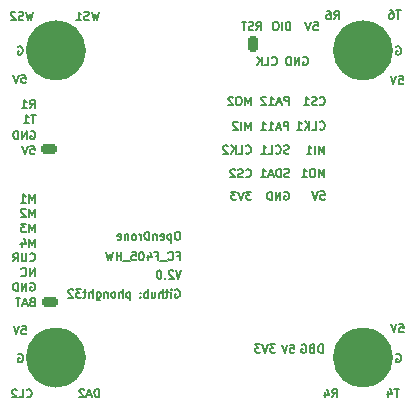
<source format=gbr>
G04 #@! TF.GenerationSoftware,KiCad,Pcbnew,8.0.4-8.0.4-0~ubuntu24.04.1*
G04 #@! TF.CreationDate,2024-09-03T20:49:10+07:00*
G04 #@! TF.ProjectId,OpenDrone_FC_F405_HW,4f70656e-4472-46f6-9e65-5f46435f4634,rev?*
G04 #@! TF.SameCoordinates,Original*
G04 #@! TF.FileFunction,Legend,Bot*
G04 #@! TF.FilePolarity,Positive*
%FSLAX46Y46*%
G04 Gerber Fmt 4.6, Leading zero omitted, Abs format (unit mm)*
G04 Created by KiCad (PCBNEW 8.0.4-8.0.4-0~ubuntu24.04.1) date 2024-09-03 20:49:10*
%MOMM*%
%LPD*%
G01*
G04 APERTURE LIST*
G04 Aperture macros list*
%AMRoundRect*
0 Rectangle with rounded corners*
0 $1 Rounding radius*
0 $2 $3 $4 $5 $6 $7 $8 $9 X,Y pos of 4 corners*
0 Add a 4 corners polygon primitive as box body*
4,1,4,$2,$3,$4,$5,$6,$7,$8,$9,$2,$3,0*
0 Add four circle primitives for the rounded corners*
1,1,$1+$1,$2,$3*
1,1,$1+$1,$4,$5*
1,1,$1+$1,$6,$7*
1,1,$1+$1,$8,$9*
0 Add four rect primitives between the rounded corners*
20,1,$1+$1,$2,$3,$4,$5,0*
20,1,$1+$1,$4,$5,$6,$7,0*
20,1,$1+$1,$6,$7,$8,$9,0*
20,1,$1+$1,$8,$9,$2,$3,0*%
G04 Aperture macros list end*
%ADD10C,0.150000*%
%ADD11C,2.550000*%
%ADD12C,0.120000*%
%ADD13O,1.200000X1.200000*%
%ADD14RoundRect,0.225000X0.475000X-0.225000X0.475000X0.225000X-0.475000X0.225000X-0.475000X-0.225000X0*%
%ADD15O,1.400000X0.900000*%
%ADD16RoundRect,0.225000X-0.225000X-0.475000X0.225000X-0.475000X0.225000X0.475000X-0.225000X0.475000X0*%
%ADD17O,0.900000X1.400000*%
%ADD18O,1.350000X1.350000*%
%ADD19R,1.350000X1.350000*%
G04 APERTURE END LIST*
D10*
X153984649Y-74936533D02*
X153984649Y-74236533D01*
X153984649Y-74236533D02*
X153751316Y-74736533D01*
X153751316Y-74736533D02*
X153517982Y-74236533D01*
X153517982Y-74236533D02*
X153517982Y-74936533D01*
X153051316Y-74236533D02*
X152917982Y-74236533D01*
X152917982Y-74236533D02*
X152851316Y-74269866D01*
X152851316Y-74269866D02*
X152784649Y-74336533D01*
X152784649Y-74336533D02*
X152751316Y-74469866D01*
X152751316Y-74469866D02*
X152751316Y-74703200D01*
X152751316Y-74703200D02*
X152784649Y-74836533D01*
X152784649Y-74836533D02*
X152851316Y-74903200D01*
X152851316Y-74903200D02*
X152917982Y-74936533D01*
X152917982Y-74936533D02*
X153051316Y-74936533D01*
X153051316Y-74936533D02*
X153117982Y-74903200D01*
X153117982Y-74903200D02*
X153184649Y-74836533D01*
X153184649Y-74836533D02*
X153217982Y-74703200D01*
X153217982Y-74703200D02*
X153217982Y-74469866D01*
X153217982Y-74469866D02*
X153184649Y-74336533D01*
X153184649Y-74336533D02*
X153117982Y-74269866D01*
X153117982Y-74269866D02*
X153051316Y-74236533D01*
X152484649Y-74303200D02*
X152451316Y-74269866D01*
X152451316Y-74269866D02*
X152384649Y-74236533D01*
X152384649Y-74236533D02*
X152217983Y-74236533D01*
X152217983Y-74236533D02*
X152151316Y-74269866D01*
X152151316Y-74269866D02*
X152117983Y-74303200D01*
X152117983Y-74303200D02*
X152084649Y-74369866D01*
X152084649Y-74369866D02*
X152084649Y-74436533D01*
X152084649Y-74436533D02*
X152117983Y-74536533D01*
X152117983Y-74536533D02*
X152517983Y-74936533D01*
X152517983Y-74936533D02*
X152084649Y-74936533D01*
X160244649Y-81036533D02*
X160244649Y-80336533D01*
X160244649Y-80336533D02*
X160011316Y-80836533D01*
X160011316Y-80836533D02*
X159777982Y-80336533D01*
X159777982Y-80336533D02*
X159777982Y-81036533D01*
X159311316Y-80336533D02*
X159177982Y-80336533D01*
X159177982Y-80336533D02*
X159111316Y-80369866D01*
X159111316Y-80369866D02*
X159044649Y-80436533D01*
X159044649Y-80436533D02*
X159011316Y-80569866D01*
X159011316Y-80569866D02*
X159011316Y-80803200D01*
X159011316Y-80803200D02*
X159044649Y-80936533D01*
X159044649Y-80936533D02*
X159111316Y-81003200D01*
X159111316Y-81003200D02*
X159177982Y-81036533D01*
X159177982Y-81036533D02*
X159311316Y-81036533D01*
X159311316Y-81036533D02*
X159377982Y-81003200D01*
X159377982Y-81003200D02*
X159444649Y-80936533D01*
X159444649Y-80936533D02*
X159477982Y-80803200D01*
X159477982Y-80803200D02*
X159477982Y-80569866D01*
X159477982Y-80569866D02*
X159444649Y-80436533D01*
X159444649Y-80436533D02*
X159377982Y-80369866D01*
X159377982Y-80369866D02*
X159311316Y-80336533D01*
X158344649Y-81036533D02*
X158744649Y-81036533D01*
X158544649Y-81036533D02*
X158544649Y-80336533D01*
X158544649Y-80336533D02*
X158611316Y-80436533D01*
X158611316Y-80436533D02*
X158677983Y-80503200D01*
X158677983Y-80503200D02*
X158744649Y-80536533D01*
X157217982Y-79013200D02*
X157117982Y-79046533D01*
X157117982Y-79046533D02*
X156951316Y-79046533D01*
X156951316Y-79046533D02*
X156884649Y-79013200D01*
X156884649Y-79013200D02*
X156851316Y-78979866D01*
X156851316Y-78979866D02*
X156817982Y-78913200D01*
X156817982Y-78913200D02*
X156817982Y-78846533D01*
X156817982Y-78846533D02*
X156851316Y-78779866D01*
X156851316Y-78779866D02*
X156884649Y-78746533D01*
X156884649Y-78746533D02*
X156951316Y-78713200D01*
X156951316Y-78713200D02*
X157084649Y-78679866D01*
X157084649Y-78679866D02*
X157151316Y-78646533D01*
X157151316Y-78646533D02*
X157184649Y-78613200D01*
X157184649Y-78613200D02*
X157217982Y-78546533D01*
X157217982Y-78546533D02*
X157217982Y-78479866D01*
X157217982Y-78479866D02*
X157184649Y-78413200D01*
X157184649Y-78413200D02*
X157151316Y-78379866D01*
X157151316Y-78379866D02*
X157084649Y-78346533D01*
X157084649Y-78346533D02*
X156917982Y-78346533D01*
X156917982Y-78346533D02*
X156817982Y-78379866D01*
X156117982Y-78979866D02*
X156151315Y-79013200D01*
X156151315Y-79013200D02*
X156251315Y-79046533D01*
X156251315Y-79046533D02*
X156317982Y-79046533D01*
X156317982Y-79046533D02*
X156417982Y-79013200D01*
X156417982Y-79013200D02*
X156484649Y-78946533D01*
X156484649Y-78946533D02*
X156517982Y-78879866D01*
X156517982Y-78879866D02*
X156551315Y-78746533D01*
X156551315Y-78746533D02*
X156551315Y-78646533D01*
X156551315Y-78646533D02*
X156517982Y-78513200D01*
X156517982Y-78513200D02*
X156484649Y-78446533D01*
X156484649Y-78446533D02*
X156417982Y-78379866D01*
X156417982Y-78379866D02*
X156317982Y-78346533D01*
X156317982Y-78346533D02*
X156251315Y-78346533D01*
X156251315Y-78346533D02*
X156151315Y-78379866D01*
X156151315Y-78379866D02*
X156117982Y-78413200D01*
X155484649Y-79046533D02*
X155817982Y-79046533D01*
X155817982Y-79046533D02*
X155817982Y-78346533D01*
X154884648Y-79046533D02*
X155284648Y-79046533D01*
X155084648Y-79046533D02*
X155084648Y-78346533D01*
X155084648Y-78346533D02*
X155151315Y-78446533D01*
X155151315Y-78446533D02*
X155217982Y-78513200D01*
X155217982Y-78513200D02*
X155284648Y-78546533D01*
X135804649Y-75776533D02*
X135404649Y-75776533D01*
X135604649Y-76476533D02*
X135604649Y-75776533D01*
X134804649Y-76476533D02*
X135204649Y-76476533D01*
X135004649Y-76476533D02*
X135004649Y-75776533D01*
X135004649Y-75776533D02*
X135071316Y-75876533D01*
X135071316Y-75876533D02*
X135137983Y-75943200D01*
X135137983Y-75943200D02*
X135204649Y-75976533D01*
X141154649Y-99646533D02*
X141154649Y-98946533D01*
X141154649Y-98946533D02*
X140987982Y-98946533D01*
X140987982Y-98946533D02*
X140887982Y-98979866D01*
X140887982Y-98979866D02*
X140821316Y-99046533D01*
X140821316Y-99046533D02*
X140787982Y-99113200D01*
X140787982Y-99113200D02*
X140754649Y-99246533D01*
X140754649Y-99246533D02*
X140754649Y-99346533D01*
X140754649Y-99346533D02*
X140787982Y-99479866D01*
X140787982Y-99479866D02*
X140821316Y-99546533D01*
X140821316Y-99546533D02*
X140887982Y-99613200D01*
X140887982Y-99613200D02*
X140987982Y-99646533D01*
X140987982Y-99646533D02*
X141154649Y-99646533D01*
X140487982Y-99446533D02*
X140154649Y-99446533D01*
X140554649Y-99646533D02*
X140321316Y-98946533D01*
X140321316Y-98946533D02*
X140087982Y-99646533D01*
X139887982Y-99013200D02*
X139854649Y-98979866D01*
X139854649Y-98979866D02*
X139787982Y-98946533D01*
X139787982Y-98946533D02*
X139621316Y-98946533D01*
X139621316Y-98946533D02*
X139554649Y-98979866D01*
X139554649Y-98979866D02*
X139521316Y-99013200D01*
X139521316Y-99013200D02*
X139487982Y-99079866D01*
X139487982Y-99079866D02*
X139487982Y-99146533D01*
X139487982Y-99146533D02*
X139521316Y-99246533D01*
X139521316Y-99246533D02*
X139921316Y-99646533D01*
X139921316Y-99646533D02*
X139487982Y-99646533D01*
X135581316Y-67016533D02*
X135414649Y-67716533D01*
X135414649Y-67716533D02*
X135281316Y-67216533D01*
X135281316Y-67216533D02*
X135147982Y-67716533D01*
X135147982Y-67716533D02*
X134981316Y-67016533D01*
X134747982Y-67683200D02*
X134647982Y-67716533D01*
X134647982Y-67716533D02*
X134481316Y-67716533D01*
X134481316Y-67716533D02*
X134414649Y-67683200D01*
X134414649Y-67683200D02*
X134381316Y-67649866D01*
X134381316Y-67649866D02*
X134347982Y-67583200D01*
X134347982Y-67583200D02*
X134347982Y-67516533D01*
X134347982Y-67516533D02*
X134381316Y-67449866D01*
X134381316Y-67449866D02*
X134414649Y-67416533D01*
X134414649Y-67416533D02*
X134481316Y-67383200D01*
X134481316Y-67383200D02*
X134614649Y-67349866D01*
X134614649Y-67349866D02*
X134681316Y-67316533D01*
X134681316Y-67316533D02*
X134714649Y-67283200D01*
X134714649Y-67283200D02*
X134747982Y-67216533D01*
X134747982Y-67216533D02*
X134747982Y-67149866D01*
X134747982Y-67149866D02*
X134714649Y-67083200D01*
X134714649Y-67083200D02*
X134681316Y-67049866D01*
X134681316Y-67049866D02*
X134614649Y-67016533D01*
X134614649Y-67016533D02*
X134447982Y-67016533D01*
X134447982Y-67016533D02*
X134347982Y-67049866D01*
X134081315Y-67083200D02*
X134047982Y-67049866D01*
X134047982Y-67049866D02*
X133981315Y-67016533D01*
X133981315Y-67016533D02*
X133814649Y-67016533D01*
X133814649Y-67016533D02*
X133747982Y-67049866D01*
X133747982Y-67049866D02*
X133714649Y-67083200D01*
X133714649Y-67083200D02*
X133681315Y-67149866D01*
X133681315Y-67149866D02*
X133681315Y-67216533D01*
X133681315Y-67216533D02*
X133714649Y-67316533D01*
X133714649Y-67316533D02*
X134114649Y-67716533D01*
X134114649Y-67716533D02*
X133681315Y-67716533D01*
X134327982Y-96009866D02*
X134394649Y-95976533D01*
X134394649Y-95976533D02*
X134494649Y-95976533D01*
X134494649Y-95976533D02*
X134594649Y-96009866D01*
X134594649Y-96009866D02*
X134661316Y-96076533D01*
X134661316Y-96076533D02*
X134694649Y-96143200D01*
X134694649Y-96143200D02*
X134727982Y-96276533D01*
X134727982Y-96276533D02*
X134727982Y-96376533D01*
X134727982Y-96376533D02*
X134694649Y-96509866D01*
X134694649Y-96509866D02*
X134661316Y-96576533D01*
X134661316Y-96576533D02*
X134594649Y-96643200D01*
X134594649Y-96643200D02*
X134494649Y-96676533D01*
X134494649Y-96676533D02*
X134427982Y-96676533D01*
X134427982Y-96676533D02*
X134327982Y-96643200D01*
X134327982Y-96643200D02*
X134294649Y-96609866D01*
X134294649Y-96609866D02*
X134294649Y-96376533D01*
X134294649Y-96376533D02*
X134427982Y-96376533D01*
X135024649Y-99609866D02*
X135057982Y-99643200D01*
X135057982Y-99643200D02*
X135157982Y-99676533D01*
X135157982Y-99676533D02*
X135224649Y-99676533D01*
X135224649Y-99676533D02*
X135324649Y-99643200D01*
X135324649Y-99643200D02*
X135391316Y-99576533D01*
X135391316Y-99576533D02*
X135424649Y-99509866D01*
X135424649Y-99509866D02*
X135457982Y-99376533D01*
X135457982Y-99376533D02*
X135457982Y-99276533D01*
X135457982Y-99276533D02*
X135424649Y-99143200D01*
X135424649Y-99143200D02*
X135391316Y-99076533D01*
X135391316Y-99076533D02*
X135324649Y-99009866D01*
X135324649Y-99009866D02*
X135224649Y-98976533D01*
X135224649Y-98976533D02*
X135157982Y-98976533D01*
X135157982Y-98976533D02*
X135057982Y-99009866D01*
X135057982Y-99009866D02*
X135024649Y-99043200D01*
X134391316Y-99676533D02*
X134724649Y-99676533D01*
X134724649Y-99676533D02*
X134724649Y-98976533D01*
X134191315Y-99043200D02*
X134157982Y-99009866D01*
X134157982Y-99009866D02*
X134091315Y-98976533D01*
X134091315Y-98976533D02*
X133924649Y-98976533D01*
X133924649Y-98976533D02*
X133857982Y-99009866D01*
X133857982Y-99009866D02*
X133824649Y-99043200D01*
X133824649Y-99043200D02*
X133791315Y-99109866D01*
X133791315Y-99109866D02*
X133791315Y-99176533D01*
X133791315Y-99176533D02*
X133824649Y-99276533D01*
X133824649Y-99276533D02*
X134224649Y-99676533D01*
X134224649Y-99676533D02*
X133791315Y-99676533D01*
X135704649Y-83176533D02*
X135704649Y-82476533D01*
X135704649Y-82476533D02*
X135471316Y-82976533D01*
X135471316Y-82976533D02*
X135237982Y-82476533D01*
X135237982Y-82476533D02*
X135237982Y-83176533D01*
X134537982Y-83176533D02*
X134937982Y-83176533D01*
X134737982Y-83176533D02*
X134737982Y-82476533D01*
X134737982Y-82476533D02*
X134804649Y-82576533D01*
X134804649Y-82576533D02*
X134871316Y-82643200D01*
X134871316Y-82643200D02*
X134937982Y-82676533D01*
X153984649Y-77026533D02*
X153984649Y-76326533D01*
X153984649Y-76326533D02*
X153751316Y-76826533D01*
X153751316Y-76826533D02*
X153517982Y-76326533D01*
X153517982Y-76326533D02*
X153517982Y-77026533D01*
X153184649Y-77026533D02*
X153184649Y-76326533D01*
X152884649Y-76393200D02*
X152851316Y-76359866D01*
X152851316Y-76359866D02*
X152784649Y-76326533D01*
X152784649Y-76326533D02*
X152617983Y-76326533D01*
X152617983Y-76326533D02*
X152551316Y-76359866D01*
X152551316Y-76359866D02*
X152517983Y-76393200D01*
X152517983Y-76393200D02*
X152484649Y-76459866D01*
X152484649Y-76459866D02*
X152484649Y-76526533D01*
X152484649Y-76526533D02*
X152517983Y-76626533D01*
X152517983Y-76626533D02*
X152917983Y-77026533D01*
X152917983Y-77026533D02*
X152484649Y-77026533D01*
X148109649Y-88931533D02*
X147876316Y-89631533D01*
X147876316Y-89631533D02*
X147642982Y-88931533D01*
X147442982Y-88998200D02*
X147409649Y-88964866D01*
X147409649Y-88964866D02*
X147342982Y-88931533D01*
X147342982Y-88931533D02*
X147176316Y-88931533D01*
X147176316Y-88931533D02*
X147109649Y-88964866D01*
X147109649Y-88964866D02*
X147076316Y-88998200D01*
X147076316Y-88998200D02*
X147042982Y-89064866D01*
X147042982Y-89064866D02*
X147042982Y-89131533D01*
X147042982Y-89131533D02*
X147076316Y-89231533D01*
X147076316Y-89231533D02*
X147476316Y-89631533D01*
X147476316Y-89631533D02*
X147042982Y-89631533D01*
X146742982Y-89564866D02*
X146709649Y-89598200D01*
X146709649Y-89598200D02*
X146742982Y-89631533D01*
X146742982Y-89631533D02*
X146776315Y-89598200D01*
X146776315Y-89598200D02*
X146742982Y-89564866D01*
X146742982Y-89564866D02*
X146742982Y-89631533D01*
X146276316Y-88931533D02*
X146209649Y-88931533D01*
X146209649Y-88931533D02*
X146142982Y-88964866D01*
X146142982Y-88964866D02*
X146109649Y-88998200D01*
X146109649Y-88998200D02*
X146076316Y-89064866D01*
X146076316Y-89064866D02*
X146042982Y-89198200D01*
X146042982Y-89198200D02*
X146042982Y-89364866D01*
X146042982Y-89364866D02*
X146076316Y-89498200D01*
X146076316Y-89498200D02*
X146109649Y-89564866D01*
X146109649Y-89564866D02*
X146142982Y-89598200D01*
X146142982Y-89598200D02*
X146209649Y-89631533D01*
X146209649Y-89631533D02*
X146276316Y-89631533D01*
X146276316Y-89631533D02*
X146342982Y-89598200D01*
X146342982Y-89598200D02*
X146376316Y-89564866D01*
X146376316Y-89564866D02*
X146409649Y-89498200D01*
X146409649Y-89498200D02*
X146442982Y-89364866D01*
X146442982Y-89364866D02*
X146442982Y-89198200D01*
X146442982Y-89198200D02*
X146409649Y-89064866D01*
X146409649Y-89064866D02*
X146376316Y-88998200D01*
X146376316Y-88998200D02*
X146342982Y-88964866D01*
X146342982Y-88964866D02*
X146276316Y-88931533D01*
X153594649Y-80989866D02*
X153627982Y-81023200D01*
X153627982Y-81023200D02*
X153727982Y-81056533D01*
X153727982Y-81056533D02*
X153794649Y-81056533D01*
X153794649Y-81056533D02*
X153894649Y-81023200D01*
X153894649Y-81023200D02*
X153961316Y-80956533D01*
X153961316Y-80956533D02*
X153994649Y-80889866D01*
X153994649Y-80889866D02*
X154027982Y-80756533D01*
X154027982Y-80756533D02*
X154027982Y-80656533D01*
X154027982Y-80656533D02*
X153994649Y-80523200D01*
X153994649Y-80523200D02*
X153961316Y-80456533D01*
X153961316Y-80456533D02*
X153894649Y-80389866D01*
X153894649Y-80389866D02*
X153794649Y-80356533D01*
X153794649Y-80356533D02*
X153727982Y-80356533D01*
X153727982Y-80356533D02*
X153627982Y-80389866D01*
X153627982Y-80389866D02*
X153594649Y-80423200D01*
X153327982Y-81023200D02*
X153227982Y-81056533D01*
X153227982Y-81056533D02*
X153061316Y-81056533D01*
X153061316Y-81056533D02*
X152994649Y-81023200D01*
X152994649Y-81023200D02*
X152961316Y-80989866D01*
X152961316Y-80989866D02*
X152927982Y-80923200D01*
X152927982Y-80923200D02*
X152927982Y-80856533D01*
X152927982Y-80856533D02*
X152961316Y-80789866D01*
X152961316Y-80789866D02*
X152994649Y-80756533D01*
X152994649Y-80756533D02*
X153061316Y-80723200D01*
X153061316Y-80723200D02*
X153194649Y-80689866D01*
X153194649Y-80689866D02*
X153261316Y-80656533D01*
X153261316Y-80656533D02*
X153294649Y-80623200D01*
X153294649Y-80623200D02*
X153327982Y-80556533D01*
X153327982Y-80556533D02*
X153327982Y-80489866D01*
X153327982Y-80489866D02*
X153294649Y-80423200D01*
X153294649Y-80423200D02*
X153261316Y-80389866D01*
X153261316Y-80389866D02*
X153194649Y-80356533D01*
X153194649Y-80356533D02*
X153027982Y-80356533D01*
X153027982Y-80356533D02*
X152927982Y-80389866D01*
X152661315Y-80423200D02*
X152627982Y-80389866D01*
X152627982Y-80389866D02*
X152561315Y-80356533D01*
X152561315Y-80356533D02*
X152394649Y-80356533D01*
X152394649Y-80356533D02*
X152327982Y-80389866D01*
X152327982Y-80389866D02*
X152294649Y-80423200D01*
X152294649Y-80423200D02*
X152261315Y-80489866D01*
X152261315Y-80489866D02*
X152261315Y-80556533D01*
X152261315Y-80556533D02*
X152294649Y-80656533D01*
X152294649Y-80656533D02*
X152694649Y-81056533D01*
X152694649Y-81056533D02*
X152261315Y-81056533D01*
X166571316Y-93476533D02*
X166904649Y-93476533D01*
X166904649Y-93476533D02*
X166937982Y-93809866D01*
X166937982Y-93809866D02*
X166904649Y-93776533D01*
X166904649Y-93776533D02*
X166837982Y-93743200D01*
X166837982Y-93743200D02*
X166671316Y-93743200D01*
X166671316Y-93743200D02*
X166604649Y-93776533D01*
X166604649Y-93776533D02*
X166571316Y-93809866D01*
X166571316Y-93809866D02*
X166537982Y-93876533D01*
X166537982Y-93876533D02*
X166537982Y-94043200D01*
X166537982Y-94043200D02*
X166571316Y-94109866D01*
X166571316Y-94109866D02*
X166604649Y-94143200D01*
X166604649Y-94143200D02*
X166671316Y-94176533D01*
X166671316Y-94176533D02*
X166837982Y-94176533D01*
X166837982Y-94176533D02*
X166904649Y-94143200D01*
X166904649Y-94143200D02*
X166937982Y-94109866D01*
X166337982Y-93476533D02*
X166104649Y-94176533D01*
X166104649Y-94176533D02*
X165871315Y-93476533D01*
X135304649Y-75196533D02*
X135537982Y-74863200D01*
X135704649Y-75196533D02*
X135704649Y-74496533D01*
X135704649Y-74496533D02*
X135437982Y-74496533D01*
X135437982Y-74496533D02*
X135371316Y-74529866D01*
X135371316Y-74529866D02*
X135337982Y-74563200D01*
X135337982Y-74563200D02*
X135304649Y-74629866D01*
X135304649Y-74629866D02*
X135304649Y-74729866D01*
X135304649Y-74729866D02*
X135337982Y-74796533D01*
X135337982Y-74796533D02*
X135371316Y-74829866D01*
X135371316Y-74829866D02*
X135437982Y-74863200D01*
X135437982Y-74863200D02*
X135704649Y-74863200D01*
X134637982Y-75196533D02*
X135037982Y-75196533D01*
X134837982Y-75196533D02*
X134837982Y-74496533D01*
X134837982Y-74496533D02*
X134904649Y-74596533D01*
X134904649Y-74596533D02*
X134971316Y-74663200D01*
X134971316Y-74663200D02*
X135037982Y-74696533D01*
X135704649Y-85666533D02*
X135704649Y-84966533D01*
X135704649Y-84966533D02*
X135471316Y-85466533D01*
X135471316Y-85466533D02*
X135237982Y-84966533D01*
X135237982Y-84966533D02*
X135237982Y-85666533D01*
X134971316Y-84966533D02*
X134537982Y-84966533D01*
X134537982Y-84966533D02*
X134771316Y-85233200D01*
X134771316Y-85233200D02*
X134671316Y-85233200D01*
X134671316Y-85233200D02*
X134604649Y-85266533D01*
X134604649Y-85266533D02*
X134571316Y-85299866D01*
X134571316Y-85299866D02*
X134537982Y-85366533D01*
X134537982Y-85366533D02*
X134537982Y-85533200D01*
X134537982Y-85533200D02*
X134571316Y-85599866D01*
X134571316Y-85599866D02*
X134604649Y-85633200D01*
X134604649Y-85633200D02*
X134671316Y-85666533D01*
X134671316Y-85666533D02*
X134871316Y-85666533D01*
X134871316Y-85666533D02*
X134937982Y-85633200D01*
X134937982Y-85633200D02*
X134971316Y-85599866D01*
X159834649Y-76949866D02*
X159867982Y-76983200D01*
X159867982Y-76983200D02*
X159967982Y-77016533D01*
X159967982Y-77016533D02*
X160034649Y-77016533D01*
X160034649Y-77016533D02*
X160134649Y-76983200D01*
X160134649Y-76983200D02*
X160201316Y-76916533D01*
X160201316Y-76916533D02*
X160234649Y-76849866D01*
X160234649Y-76849866D02*
X160267982Y-76716533D01*
X160267982Y-76716533D02*
X160267982Y-76616533D01*
X160267982Y-76616533D02*
X160234649Y-76483200D01*
X160234649Y-76483200D02*
X160201316Y-76416533D01*
X160201316Y-76416533D02*
X160134649Y-76349866D01*
X160134649Y-76349866D02*
X160034649Y-76316533D01*
X160034649Y-76316533D02*
X159967982Y-76316533D01*
X159967982Y-76316533D02*
X159867982Y-76349866D01*
X159867982Y-76349866D02*
X159834649Y-76383200D01*
X159201316Y-77016533D02*
X159534649Y-77016533D01*
X159534649Y-77016533D02*
X159534649Y-76316533D01*
X158967982Y-77016533D02*
X158967982Y-76316533D01*
X158567982Y-77016533D02*
X158867982Y-76616533D01*
X158567982Y-76316533D02*
X158967982Y-76716533D01*
X157901315Y-77016533D02*
X158301315Y-77016533D01*
X158101315Y-77016533D02*
X158101315Y-76316533D01*
X158101315Y-76316533D02*
X158167982Y-76416533D01*
X158167982Y-76416533D02*
X158234649Y-76483200D01*
X158234649Y-76483200D02*
X158301315Y-76516533D01*
X157237982Y-81013200D02*
X157137982Y-81046533D01*
X157137982Y-81046533D02*
X156971316Y-81046533D01*
X156971316Y-81046533D02*
X156904649Y-81013200D01*
X156904649Y-81013200D02*
X156871316Y-80979866D01*
X156871316Y-80979866D02*
X156837982Y-80913200D01*
X156837982Y-80913200D02*
X156837982Y-80846533D01*
X156837982Y-80846533D02*
X156871316Y-80779866D01*
X156871316Y-80779866D02*
X156904649Y-80746533D01*
X156904649Y-80746533D02*
X156971316Y-80713200D01*
X156971316Y-80713200D02*
X157104649Y-80679866D01*
X157104649Y-80679866D02*
X157171316Y-80646533D01*
X157171316Y-80646533D02*
X157204649Y-80613200D01*
X157204649Y-80613200D02*
X157237982Y-80546533D01*
X157237982Y-80546533D02*
X157237982Y-80479866D01*
X157237982Y-80479866D02*
X157204649Y-80413200D01*
X157204649Y-80413200D02*
X157171316Y-80379866D01*
X157171316Y-80379866D02*
X157104649Y-80346533D01*
X157104649Y-80346533D02*
X156937982Y-80346533D01*
X156937982Y-80346533D02*
X156837982Y-80379866D01*
X156537982Y-81046533D02*
X156537982Y-80346533D01*
X156537982Y-80346533D02*
X156371315Y-80346533D01*
X156371315Y-80346533D02*
X156271315Y-80379866D01*
X156271315Y-80379866D02*
X156204649Y-80446533D01*
X156204649Y-80446533D02*
X156171315Y-80513200D01*
X156171315Y-80513200D02*
X156137982Y-80646533D01*
X156137982Y-80646533D02*
X156137982Y-80746533D01*
X156137982Y-80746533D02*
X156171315Y-80879866D01*
X156171315Y-80879866D02*
X156204649Y-80946533D01*
X156204649Y-80946533D02*
X156271315Y-81013200D01*
X156271315Y-81013200D02*
X156371315Y-81046533D01*
X156371315Y-81046533D02*
X156537982Y-81046533D01*
X155871315Y-80846533D02*
X155537982Y-80846533D01*
X155937982Y-81046533D02*
X155704649Y-80346533D01*
X155704649Y-80346533D02*
X155471315Y-81046533D01*
X154871315Y-81046533D02*
X155271315Y-81046533D01*
X155071315Y-81046533D02*
X155071315Y-80346533D01*
X155071315Y-80346533D02*
X155137982Y-80446533D01*
X155137982Y-80446533D02*
X155204649Y-80513200D01*
X155204649Y-80513200D02*
X155271315Y-80546533D01*
X134621316Y-93616533D02*
X134954649Y-93616533D01*
X134954649Y-93616533D02*
X134987982Y-93949866D01*
X134987982Y-93949866D02*
X134954649Y-93916533D01*
X134954649Y-93916533D02*
X134887982Y-93883200D01*
X134887982Y-93883200D02*
X134721316Y-93883200D01*
X134721316Y-93883200D02*
X134654649Y-93916533D01*
X134654649Y-93916533D02*
X134621316Y-93949866D01*
X134621316Y-93949866D02*
X134587982Y-94016533D01*
X134587982Y-94016533D02*
X134587982Y-94183200D01*
X134587982Y-94183200D02*
X134621316Y-94249866D01*
X134621316Y-94249866D02*
X134654649Y-94283200D01*
X134654649Y-94283200D02*
X134721316Y-94316533D01*
X134721316Y-94316533D02*
X134887982Y-94316533D01*
X134887982Y-94316533D02*
X134954649Y-94283200D01*
X134954649Y-94283200D02*
X134987982Y-94249866D01*
X134387982Y-93616533D02*
X134154649Y-94316533D01*
X134154649Y-94316533D02*
X133921315Y-93616533D01*
X153584649Y-78969866D02*
X153617982Y-79003200D01*
X153617982Y-79003200D02*
X153717982Y-79036533D01*
X153717982Y-79036533D02*
X153784649Y-79036533D01*
X153784649Y-79036533D02*
X153884649Y-79003200D01*
X153884649Y-79003200D02*
X153951316Y-78936533D01*
X153951316Y-78936533D02*
X153984649Y-78869866D01*
X153984649Y-78869866D02*
X154017982Y-78736533D01*
X154017982Y-78736533D02*
X154017982Y-78636533D01*
X154017982Y-78636533D02*
X153984649Y-78503200D01*
X153984649Y-78503200D02*
X153951316Y-78436533D01*
X153951316Y-78436533D02*
X153884649Y-78369866D01*
X153884649Y-78369866D02*
X153784649Y-78336533D01*
X153784649Y-78336533D02*
X153717982Y-78336533D01*
X153717982Y-78336533D02*
X153617982Y-78369866D01*
X153617982Y-78369866D02*
X153584649Y-78403200D01*
X152951316Y-79036533D02*
X153284649Y-79036533D01*
X153284649Y-79036533D02*
X153284649Y-78336533D01*
X152717982Y-79036533D02*
X152717982Y-78336533D01*
X152317982Y-79036533D02*
X152617982Y-78636533D01*
X152317982Y-78336533D02*
X152717982Y-78736533D01*
X152051315Y-78403200D02*
X152017982Y-78369866D01*
X152017982Y-78369866D02*
X151951315Y-78336533D01*
X151951315Y-78336533D02*
X151784649Y-78336533D01*
X151784649Y-78336533D02*
X151717982Y-78369866D01*
X151717982Y-78369866D02*
X151684649Y-78403200D01*
X151684649Y-78403200D02*
X151651315Y-78469866D01*
X151651315Y-78469866D02*
X151651315Y-78536533D01*
X151651315Y-78536533D02*
X151684649Y-78636533D01*
X151684649Y-78636533D02*
X152084649Y-79036533D01*
X152084649Y-79036533D02*
X151651315Y-79036533D01*
X135337982Y-89989866D02*
X135404649Y-89956533D01*
X135404649Y-89956533D02*
X135504649Y-89956533D01*
X135504649Y-89956533D02*
X135604649Y-89989866D01*
X135604649Y-89989866D02*
X135671316Y-90056533D01*
X135671316Y-90056533D02*
X135704649Y-90123200D01*
X135704649Y-90123200D02*
X135737982Y-90256533D01*
X135737982Y-90256533D02*
X135737982Y-90356533D01*
X135737982Y-90356533D02*
X135704649Y-90489866D01*
X135704649Y-90489866D02*
X135671316Y-90556533D01*
X135671316Y-90556533D02*
X135604649Y-90623200D01*
X135604649Y-90623200D02*
X135504649Y-90656533D01*
X135504649Y-90656533D02*
X135437982Y-90656533D01*
X135437982Y-90656533D02*
X135337982Y-90623200D01*
X135337982Y-90623200D02*
X135304649Y-90589866D01*
X135304649Y-90589866D02*
X135304649Y-90356533D01*
X135304649Y-90356533D02*
X135437982Y-90356533D01*
X135004649Y-90656533D02*
X135004649Y-89956533D01*
X135004649Y-89956533D02*
X134604649Y-90656533D01*
X134604649Y-90656533D02*
X134604649Y-89956533D01*
X134271316Y-90656533D02*
X134271316Y-89956533D01*
X134271316Y-89956533D02*
X134104649Y-89956533D01*
X134104649Y-89956533D02*
X134004649Y-89989866D01*
X134004649Y-89989866D02*
X133937983Y-90056533D01*
X133937983Y-90056533D02*
X133904649Y-90123200D01*
X133904649Y-90123200D02*
X133871316Y-90256533D01*
X133871316Y-90256533D02*
X133871316Y-90356533D01*
X133871316Y-90356533D02*
X133904649Y-90489866D01*
X133904649Y-90489866D02*
X133937983Y-90556533D01*
X133937983Y-90556533D02*
X134004649Y-90623200D01*
X134004649Y-90623200D02*
X134104649Y-90656533D01*
X134104649Y-90656533D02*
X134271316Y-90656533D01*
X156847982Y-82279866D02*
X156914649Y-82246533D01*
X156914649Y-82246533D02*
X157014649Y-82246533D01*
X157014649Y-82246533D02*
X157114649Y-82279866D01*
X157114649Y-82279866D02*
X157181316Y-82346533D01*
X157181316Y-82346533D02*
X157214649Y-82413200D01*
X157214649Y-82413200D02*
X157247982Y-82546533D01*
X157247982Y-82546533D02*
X157247982Y-82646533D01*
X157247982Y-82646533D02*
X157214649Y-82779866D01*
X157214649Y-82779866D02*
X157181316Y-82846533D01*
X157181316Y-82846533D02*
X157114649Y-82913200D01*
X157114649Y-82913200D02*
X157014649Y-82946533D01*
X157014649Y-82946533D02*
X156947982Y-82946533D01*
X156947982Y-82946533D02*
X156847982Y-82913200D01*
X156847982Y-82913200D02*
X156814649Y-82879866D01*
X156814649Y-82879866D02*
X156814649Y-82646533D01*
X156814649Y-82646533D02*
X156947982Y-82646533D01*
X156514649Y-82946533D02*
X156514649Y-82246533D01*
X156514649Y-82246533D02*
X156114649Y-82946533D01*
X156114649Y-82946533D02*
X156114649Y-82246533D01*
X155781316Y-82946533D02*
X155781316Y-82246533D01*
X155781316Y-82246533D02*
X155614649Y-82246533D01*
X155614649Y-82246533D02*
X155514649Y-82279866D01*
X155514649Y-82279866D02*
X155447983Y-82346533D01*
X155447983Y-82346533D02*
X155414649Y-82413200D01*
X155414649Y-82413200D02*
X155381316Y-82546533D01*
X155381316Y-82546533D02*
X155381316Y-82646533D01*
X155381316Y-82646533D02*
X155414649Y-82779866D01*
X155414649Y-82779866D02*
X155447983Y-82846533D01*
X155447983Y-82846533D02*
X155514649Y-82913200D01*
X155514649Y-82913200D02*
X155614649Y-82946533D01*
X155614649Y-82946533D02*
X155781316Y-82946533D01*
X135357982Y-77139866D02*
X135424649Y-77106533D01*
X135424649Y-77106533D02*
X135524649Y-77106533D01*
X135524649Y-77106533D02*
X135624649Y-77139866D01*
X135624649Y-77139866D02*
X135691316Y-77206533D01*
X135691316Y-77206533D02*
X135724649Y-77273200D01*
X135724649Y-77273200D02*
X135757982Y-77406533D01*
X135757982Y-77406533D02*
X135757982Y-77506533D01*
X135757982Y-77506533D02*
X135724649Y-77639866D01*
X135724649Y-77639866D02*
X135691316Y-77706533D01*
X135691316Y-77706533D02*
X135624649Y-77773200D01*
X135624649Y-77773200D02*
X135524649Y-77806533D01*
X135524649Y-77806533D02*
X135457982Y-77806533D01*
X135457982Y-77806533D02*
X135357982Y-77773200D01*
X135357982Y-77773200D02*
X135324649Y-77739866D01*
X135324649Y-77739866D02*
X135324649Y-77506533D01*
X135324649Y-77506533D02*
X135457982Y-77506533D01*
X135024649Y-77806533D02*
X135024649Y-77106533D01*
X135024649Y-77106533D02*
X134624649Y-77806533D01*
X134624649Y-77806533D02*
X134624649Y-77106533D01*
X134291316Y-77806533D02*
X134291316Y-77106533D01*
X134291316Y-77106533D02*
X134124649Y-77106533D01*
X134124649Y-77106533D02*
X134024649Y-77139866D01*
X134024649Y-77139866D02*
X133957983Y-77206533D01*
X133957983Y-77206533D02*
X133924649Y-77273200D01*
X133924649Y-77273200D02*
X133891316Y-77406533D01*
X133891316Y-77406533D02*
X133891316Y-77506533D01*
X133891316Y-77506533D02*
X133924649Y-77639866D01*
X133924649Y-77639866D02*
X133957983Y-77706533D01*
X133957983Y-77706533D02*
X134024649Y-77773200D01*
X134024649Y-77773200D02*
X134124649Y-77806533D01*
X134124649Y-77806533D02*
X134291316Y-77806533D01*
X135704649Y-84396533D02*
X135704649Y-83696533D01*
X135704649Y-83696533D02*
X135471316Y-84196533D01*
X135471316Y-84196533D02*
X135237982Y-83696533D01*
X135237982Y-83696533D02*
X135237982Y-84396533D01*
X134937982Y-83763200D02*
X134904649Y-83729866D01*
X134904649Y-83729866D02*
X134837982Y-83696533D01*
X134837982Y-83696533D02*
X134671316Y-83696533D01*
X134671316Y-83696533D02*
X134604649Y-83729866D01*
X134604649Y-83729866D02*
X134571316Y-83763200D01*
X134571316Y-83763200D02*
X134537982Y-83829866D01*
X134537982Y-83829866D02*
X134537982Y-83896533D01*
X134537982Y-83896533D02*
X134571316Y-83996533D01*
X134571316Y-83996533D02*
X134971316Y-84396533D01*
X134971316Y-84396533D02*
X134537982Y-84396533D01*
X157359649Y-68581533D02*
X157359649Y-67881533D01*
X157359649Y-67881533D02*
X157192982Y-67881533D01*
X157192982Y-67881533D02*
X157092982Y-67914866D01*
X157092982Y-67914866D02*
X157026316Y-67981533D01*
X157026316Y-67981533D02*
X156992982Y-68048200D01*
X156992982Y-68048200D02*
X156959649Y-68181533D01*
X156959649Y-68181533D02*
X156959649Y-68281533D01*
X156959649Y-68281533D02*
X156992982Y-68414866D01*
X156992982Y-68414866D02*
X157026316Y-68481533D01*
X157026316Y-68481533D02*
X157092982Y-68548200D01*
X157092982Y-68548200D02*
X157192982Y-68581533D01*
X157192982Y-68581533D02*
X157359649Y-68581533D01*
X156659649Y-68581533D02*
X156659649Y-67881533D01*
X156192983Y-67881533D02*
X156059649Y-67881533D01*
X156059649Y-67881533D02*
X155992983Y-67914866D01*
X155992983Y-67914866D02*
X155926316Y-67981533D01*
X155926316Y-67981533D02*
X155892983Y-68114866D01*
X155892983Y-68114866D02*
X155892983Y-68348200D01*
X155892983Y-68348200D02*
X155926316Y-68481533D01*
X155926316Y-68481533D02*
X155992983Y-68548200D01*
X155992983Y-68548200D02*
X156059649Y-68581533D01*
X156059649Y-68581533D02*
X156192983Y-68581533D01*
X156192983Y-68581533D02*
X156259649Y-68548200D01*
X156259649Y-68548200D02*
X156326316Y-68481533D01*
X156326316Y-68481533D02*
X156359649Y-68348200D01*
X156359649Y-68348200D02*
X156359649Y-68114866D01*
X156359649Y-68114866D02*
X156326316Y-67981533D01*
X156326316Y-67981533D02*
X156259649Y-67914866D01*
X156259649Y-67914866D02*
X156192983Y-67881533D01*
X159901316Y-82236533D02*
X160234649Y-82236533D01*
X160234649Y-82236533D02*
X160267982Y-82569866D01*
X160267982Y-82569866D02*
X160234649Y-82536533D01*
X160234649Y-82536533D02*
X160167982Y-82503200D01*
X160167982Y-82503200D02*
X160001316Y-82503200D01*
X160001316Y-82503200D02*
X159934649Y-82536533D01*
X159934649Y-82536533D02*
X159901316Y-82569866D01*
X159901316Y-82569866D02*
X159867982Y-82636533D01*
X159867982Y-82636533D02*
X159867982Y-82803200D01*
X159867982Y-82803200D02*
X159901316Y-82869866D01*
X159901316Y-82869866D02*
X159934649Y-82903200D01*
X159934649Y-82903200D02*
X160001316Y-82936533D01*
X160001316Y-82936533D02*
X160167982Y-82936533D01*
X160167982Y-82936533D02*
X160234649Y-82903200D01*
X160234649Y-82903200D02*
X160267982Y-82869866D01*
X159667982Y-82236533D02*
X159434649Y-82936533D01*
X159434649Y-82936533D02*
X159201315Y-82236533D01*
X166694649Y-66906533D02*
X166294649Y-66906533D01*
X166494649Y-67606533D02*
X166494649Y-66906533D01*
X165761316Y-66906533D02*
X165894649Y-66906533D01*
X165894649Y-66906533D02*
X165961316Y-66939866D01*
X165961316Y-66939866D02*
X165994649Y-66973200D01*
X165994649Y-66973200D02*
X166061316Y-67073200D01*
X166061316Y-67073200D02*
X166094649Y-67206533D01*
X166094649Y-67206533D02*
X166094649Y-67473200D01*
X166094649Y-67473200D02*
X166061316Y-67539866D01*
X166061316Y-67539866D02*
X166027983Y-67573200D01*
X166027983Y-67573200D02*
X165961316Y-67606533D01*
X165961316Y-67606533D02*
X165827983Y-67606533D01*
X165827983Y-67606533D02*
X165761316Y-67573200D01*
X165761316Y-67573200D02*
X165727983Y-67539866D01*
X165727983Y-67539866D02*
X165694649Y-67473200D01*
X165694649Y-67473200D02*
X165694649Y-67306533D01*
X165694649Y-67306533D02*
X165727983Y-67239866D01*
X165727983Y-67239866D02*
X165761316Y-67206533D01*
X165761316Y-67206533D02*
X165827983Y-67173200D01*
X165827983Y-67173200D02*
X165961316Y-67173200D01*
X165961316Y-67173200D02*
X166027983Y-67206533D01*
X166027983Y-67206533D02*
X166061316Y-67239866D01*
X166061316Y-67239866D02*
X166094649Y-67306533D01*
X166564649Y-98936533D02*
X166164649Y-98936533D01*
X166364649Y-99636533D02*
X166364649Y-98936533D01*
X165631316Y-99169866D02*
X165631316Y-99636533D01*
X165797983Y-98903200D02*
X165964649Y-99403200D01*
X165964649Y-99403200D02*
X165531316Y-99403200D01*
X166337982Y-69989866D02*
X166404649Y-69956533D01*
X166404649Y-69956533D02*
X166504649Y-69956533D01*
X166504649Y-69956533D02*
X166604649Y-69989866D01*
X166604649Y-69989866D02*
X166671316Y-70056533D01*
X166671316Y-70056533D02*
X166704649Y-70123200D01*
X166704649Y-70123200D02*
X166737982Y-70256533D01*
X166737982Y-70256533D02*
X166737982Y-70356533D01*
X166737982Y-70356533D02*
X166704649Y-70489866D01*
X166704649Y-70489866D02*
X166671316Y-70556533D01*
X166671316Y-70556533D02*
X166604649Y-70623200D01*
X166604649Y-70623200D02*
X166504649Y-70656533D01*
X166504649Y-70656533D02*
X166437982Y-70656533D01*
X166437982Y-70656533D02*
X166337982Y-70623200D01*
X166337982Y-70623200D02*
X166304649Y-70589866D01*
X166304649Y-70589866D02*
X166304649Y-70356533D01*
X166304649Y-70356533D02*
X166437982Y-70356533D01*
X157214649Y-74906533D02*
X157214649Y-74206533D01*
X157214649Y-74206533D02*
X156947982Y-74206533D01*
X156947982Y-74206533D02*
X156881316Y-74239866D01*
X156881316Y-74239866D02*
X156847982Y-74273200D01*
X156847982Y-74273200D02*
X156814649Y-74339866D01*
X156814649Y-74339866D02*
X156814649Y-74439866D01*
X156814649Y-74439866D02*
X156847982Y-74506533D01*
X156847982Y-74506533D02*
X156881316Y-74539866D01*
X156881316Y-74539866D02*
X156947982Y-74573200D01*
X156947982Y-74573200D02*
X157214649Y-74573200D01*
X156547982Y-74706533D02*
X156214649Y-74706533D01*
X156614649Y-74906533D02*
X156381316Y-74206533D01*
X156381316Y-74206533D02*
X156147982Y-74906533D01*
X155547982Y-74906533D02*
X155947982Y-74906533D01*
X155747982Y-74906533D02*
X155747982Y-74206533D01*
X155747982Y-74206533D02*
X155814649Y-74306533D01*
X155814649Y-74306533D02*
X155881316Y-74373200D01*
X155881316Y-74373200D02*
X155947982Y-74406533D01*
X155281315Y-74273200D02*
X155247982Y-74239866D01*
X155247982Y-74239866D02*
X155181315Y-74206533D01*
X155181315Y-74206533D02*
X155014649Y-74206533D01*
X155014649Y-74206533D02*
X154947982Y-74239866D01*
X154947982Y-74239866D02*
X154914649Y-74273200D01*
X154914649Y-74273200D02*
X154881315Y-74339866D01*
X154881315Y-74339866D02*
X154881315Y-74406533D01*
X154881315Y-74406533D02*
X154914649Y-74506533D01*
X154914649Y-74506533D02*
X155314649Y-74906533D01*
X155314649Y-74906533D02*
X154881315Y-74906533D01*
X147776316Y-87694866D02*
X148009649Y-87694866D01*
X148009649Y-88061533D02*
X148009649Y-87361533D01*
X148009649Y-87361533D02*
X147676316Y-87361533D01*
X147009649Y-87994866D02*
X147042982Y-88028200D01*
X147042982Y-88028200D02*
X147142982Y-88061533D01*
X147142982Y-88061533D02*
X147209649Y-88061533D01*
X147209649Y-88061533D02*
X147309649Y-88028200D01*
X147309649Y-88028200D02*
X147376316Y-87961533D01*
X147376316Y-87961533D02*
X147409649Y-87894866D01*
X147409649Y-87894866D02*
X147442982Y-87761533D01*
X147442982Y-87761533D02*
X147442982Y-87661533D01*
X147442982Y-87661533D02*
X147409649Y-87528200D01*
X147409649Y-87528200D02*
X147376316Y-87461533D01*
X147376316Y-87461533D02*
X147309649Y-87394866D01*
X147309649Y-87394866D02*
X147209649Y-87361533D01*
X147209649Y-87361533D02*
X147142982Y-87361533D01*
X147142982Y-87361533D02*
X147042982Y-87394866D01*
X147042982Y-87394866D02*
X147009649Y-87428200D01*
X146876316Y-88128200D02*
X146342982Y-88128200D01*
X145942983Y-87694866D02*
X146176316Y-87694866D01*
X146176316Y-88061533D02*
X146176316Y-87361533D01*
X146176316Y-87361533D02*
X145842983Y-87361533D01*
X145276316Y-87594866D02*
X145276316Y-88061533D01*
X145442983Y-87328200D02*
X145609649Y-87828200D01*
X145609649Y-87828200D02*
X145176316Y-87828200D01*
X144776316Y-87361533D02*
X144709649Y-87361533D01*
X144709649Y-87361533D02*
X144642982Y-87394866D01*
X144642982Y-87394866D02*
X144609649Y-87428200D01*
X144609649Y-87428200D02*
X144576316Y-87494866D01*
X144576316Y-87494866D02*
X144542982Y-87628200D01*
X144542982Y-87628200D02*
X144542982Y-87794866D01*
X144542982Y-87794866D02*
X144576316Y-87928200D01*
X144576316Y-87928200D02*
X144609649Y-87994866D01*
X144609649Y-87994866D02*
X144642982Y-88028200D01*
X144642982Y-88028200D02*
X144709649Y-88061533D01*
X144709649Y-88061533D02*
X144776316Y-88061533D01*
X144776316Y-88061533D02*
X144842982Y-88028200D01*
X144842982Y-88028200D02*
X144876316Y-87994866D01*
X144876316Y-87994866D02*
X144909649Y-87928200D01*
X144909649Y-87928200D02*
X144942982Y-87794866D01*
X144942982Y-87794866D02*
X144942982Y-87628200D01*
X144942982Y-87628200D02*
X144909649Y-87494866D01*
X144909649Y-87494866D02*
X144876316Y-87428200D01*
X144876316Y-87428200D02*
X144842982Y-87394866D01*
X144842982Y-87394866D02*
X144776316Y-87361533D01*
X143909649Y-87361533D02*
X144242982Y-87361533D01*
X144242982Y-87361533D02*
X144276315Y-87694866D01*
X144276315Y-87694866D02*
X144242982Y-87661533D01*
X144242982Y-87661533D02*
X144176315Y-87628200D01*
X144176315Y-87628200D02*
X144009649Y-87628200D01*
X144009649Y-87628200D02*
X143942982Y-87661533D01*
X143942982Y-87661533D02*
X143909649Y-87694866D01*
X143909649Y-87694866D02*
X143876315Y-87761533D01*
X143876315Y-87761533D02*
X143876315Y-87928200D01*
X143876315Y-87928200D02*
X143909649Y-87994866D01*
X143909649Y-87994866D02*
X143942982Y-88028200D01*
X143942982Y-88028200D02*
X144009649Y-88061533D01*
X144009649Y-88061533D02*
X144176315Y-88061533D01*
X144176315Y-88061533D02*
X144242982Y-88028200D01*
X144242982Y-88028200D02*
X144276315Y-87994866D01*
X143742982Y-88128200D02*
X143209648Y-88128200D01*
X143042982Y-88061533D02*
X143042982Y-87361533D01*
X143042982Y-87694866D02*
X142642982Y-87694866D01*
X142642982Y-88061533D02*
X142642982Y-87361533D01*
X142376316Y-87361533D02*
X142209649Y-88061533D01*
X142209649Y-88061533D02*
X142076316Y-87561533D01*
X142076316Y-87561533D02*
X141942982Y-88061533D01*
X141942982Y-88061533D02*
X141776316Y-87361533D01*
X135704649Y-86946533D02*
X135704649Y-86246533D01*
X135704649Y-86246533D02*
X135471316Y-86746533D01*
X135471316Y-86746533D02*
X135237982Y-86246533D01*
X135237982Y-86246533D02*
X135237982Y-86946533D01*
X134604649Y-86479866D02*
X134604649Y-86946533D01*
X134771316Y-86213200D02*
X134937982Y-86713200D01*
X134937982Y-86713200D02*
X134504649Y-86713200D01*
X156076316Y-95191533D02*
X155642982Y-95191533D01*
X155642982Y-95191533D02*
X155876316Y-95458200D01*
X155876316Y-95458200D02*
X155776316Y-95458200D01*
X155776316Y-95458200D02*
X155709649Y-95491533D01*
X155709649Y-95491533D02*
X155676316Y-95524866D01*
X155676316Y-95524866D02*
X155642982Y-95591533D01*
X155642982Y-95591533D02*
X155642982Y-95758200D01*
X155642982Y-95758200D02*
X155676316Y-95824866D01*
X155676316Y-95824866D02*
X155709649Y-95858200D01*
X155709649Y-95858200D02*
X155776316Y-95891533D01*
X155776316Y-95891533D02*
X155976316Y-95891533D01*
X155976316Y-95891533D02*
X156042982Y-95858200D01*
X156042982Y-95858200D02*
X156076316Y-95824866D01*
X155442982Y-95191533D02*
X155209649Y-95891533D01*
X155209649Y-95891533D02*
X154976315Y-95191533D01*
X154809649Y-95191533D02*
X154376315Y-95191533D01*
X154376315Y-95191533D02*
X154609649Y-95458200D01*
X154609649Y-95458200D02*
X154509649Y-95458200D01*
X154509649Y-95458200D02*
X154442982Y-95491533D01*
X154442982Y-95491533D02*
X154409649Y-95524866D01*
X154409649Y-95524866D02*
X154376315Y-95591533D01*
X154376315Y-95591533D02*
X154376315Y-95758200D01*
X154376315Y-95758200D02*
X154409649Y-95824866D01*
X154409649Y-95824866D02*
X154442982Y-95858200D01*
X154442982Y-95858200D02*
X154509649Y-95891533D01*
X154509649Y-95891533D02*
X154709649Y-95891533D01*
X154709649Y-95891533D02*
X154776315Y-95858200D01*
X154776315Y-95858200D02*
X154809649Y-95824866D01*
X135304649Y-88099866D02*
X135337982Y-88133200D01*
X135337982Y-88133200D02*
X135437982Y-88166533D01*
X135437982Y-88166533D02*
X135504649Y-88166533D01*
X135504649Y-88166533D02*
X135604649Y-88133200D01*
X135604649Y-88133200D02*
X135671316Y-88066533D01*
X135671316Y-88066533D02*
X135704649Y-87999866D01*
X135704649Y-87999866D02*
X135737982Y-87866533D01*
X135737982Y-87866533D02*
X135737982Y-87766533D01*
X135737982Y-87766533D02*
X135704649Y-87633200D01*
X135704649Y-87633200D02*
X135671316Y-87566533D01*
X135671316Y-87566533D02*
X135604649Y-87499866D01*
X135604649Y-87499866D02*
X135504649Y-87466533D01*
X135504649Y-87466533D02*
X135437982Y-87466533D01*
X135437982Y-87466533D02*
X135337982Y-87499866D01*
X135337982Y-87499866D02*
X135304649Y-87533200D01*
X135004649Y-87466533D02*
X135004649Y-88033200D01*
X135004649Y-88033200D02*
X134971316Y-88099866D01*
X134971316Y-88099866D02*
X134937982Y-88133200D01*
X134937982Y-88133200D02*
X134871316Y-88166533D01*
X134871316Y-88166533D02*
X134737982Y-88166533D01*
X134737982Y-88166533D02*
X134671316Y-88133200D01*
X134671316Y-88133200D02*
X134637982Y-88099866D01*
X134637982Y-88099866D02*
X134604649Y-88033200D01*
X134604649Y-88033200D02*
X134604649Y-87466533D01*
X133871316Y-88166533D02*
X134104649Y-87833200D01*
X134271316Y-88166533D02*
X134271316Y-87466533D01*
X134271316Y-87466533D02*
X134004649Y-87466533D01*
X134004649Y-87466533D02*
X133937983Y-87499866D01*
X133937983Y-87499866D02*
X133904649Y-87533200D01*
X133904649Y-87533200D02*
X133871316Y-87599866D01*
X133871316Y-87599866D02*
X133871316Y-87699866D01*
X133871316Y-87699866D02*
X133904649Y-87766533D01*
X133904649Y-87766533D02*
X133937983Y-87799866D01*
X133937983Y-87799866D02*
X134004649Y-87833200D01*
X134004649Y-87833200D02*
X134271316Y-87833200D01*
X157184649Y-77031533D02*
X157184649Y-76331533D01*
X157184649Y-76331533D02*
X156917982Y-76331533D01*
X156917982Y-76331533D02*
X156851316Y-76364866D01*
X156851316Y-76364866D02*
X156817982Y-76398200D01*
X156817982Y-76398200D02*
X156784649Y-76464866D01*
X156784649Y-76464866D02*
X156784649Y-76564866D01*
X156784649Y-76564866D02*
X156817982Y-76631533D01*
X156817982Y-76631533D02*
X156851316Y-76664866D01*
X156851316Y-76664866D02*
X156917982Y-76698200D01*
X156917982Y-76698200D02*
X157184649Y-76698200D01*
X156517982Y-76831533D02*
X156184649Y-76831533D01*
X156584649Y-77031533D02*
X156351316Y-76331533D01*
X156351316Y-76331533D02*
X156117982Y-77031533D01*
X155517982Y-77031533D02*
X155917982Y-77031533D01*
X155717982Y-77031533D02*
X155717982Y-76331533D01*
X155717982Y-76331533D02*
X155784649Y-76431533D01*
X155784649Y-76431533D02*
X155851316Y-76498200D01*
X155851316Y-76498200D02*
X155917982Y-76531533D01*
X154851315Y-77031533D02*
X155251315Y-77031533D01*
X155051315Y-77031533D02*
X155051315Y-76331533D01*
X155051315Y-76331533D02*
X155117982Y-76431533D01*
X155117982Y-76431533D02*
X155184649Y-76498200D01*
X155184649Y-76498200D02*
X155251315Y-76531533D01*
X135471316Y-91589866D02*
X135371316Y-91623200D01*
X135371316Y-91623200D02*
X135337982Y-91656533D01*
X135337982Y-91656533D02*
X135304649Y-91723200D01*
X135304649Y-91723200D02*
X135304649Y-91823200D01*
X135304649Y-91823200D02*
X135337982Y-91889866D01*
X135337982Y-91889866D02*
X135371316Y-91923200D01*
X135371316Y-91923200D02*
X135437982Y-91956533D01*
X135437982Y-91956533D02*
X135704649Y-91956533D01*
X135704649Y-91956533D02*
X135704649Y-91256533D01*
X135704649Y-91256533D02*
X135471316Y-91256533D01*
X135471316Y-91256533D02*
X135404649Y-91289866D01*
X135404649Y-91289866D02*
X135371316Y-91323200D01*
X135371316Y-91323200D02*
X135337982Y-91389866D01*
X135337982Y-91389866D02*
X135337982Y-91456533D01*
X135337982Y-91456533D02*
X135371316Y-91523200D01*
X135371316Y-91523200D02*
X135404649Y-91556533D01*
X135404649Y-91556533D02*
X135471316Y-91589866D01*
X135471316Y-91589866D02*
X135704649Y-91589866D01*
X135037982Y-91756533D02*
X134704649Y-91756533D01*
X135104649Y-91956533D02*
X134871316Y-91256533D01*
X134871316Y-91256533D02*
X134637982Y-91956533D01*
X134504649Y-91256533D02*
X134104649Y-91256533D01*
X134304649Y-91956533D02*
X134304649Y-91256533D01*
X147612982Y-90564866D02*
X147679649Y-90531533D01*
X147679649Y-90531533D02*
X147779649Y-90531533D01*
X147779649Y-90531533D02*
X147879649Y-90564866D01*
X147879649Y-90564866D02*
X147946316Y-90631533D01*
X147946316Y-90631533D02*
X147979649Y-90698200D01*
X147979649Y-90698200D02*
X148012982Y-90831533D01*
X148012982Y-90831533D02*
X148012982Y-90931533D01*
X148012982Y-90931533D02*
X147979649Y-91064866D01*
X147979649Y-91064866D02*
X147946316Y-91131533D01*
X147946316Y-91131533D02*
X147879649Y-91198200D01*
X147879649Y-91198200D02*
X147779649Y-91231533D01*
X147779649Y-91231533D02*
X147712982Y-91231533D01*
X147712982Y-91231533D02*
X147612982Y-91198200D01*
X147612982Y-91198200D02*
X147579649Y-91164866D01*
X147579649Y-91164866D02*
X147579649Y-90931533D01*
X147579649Y-90931533D02*
X147712982Y-90931533D01*
X147279649Y-91231533D02*
X147279649Y-90764866D01*
X147279649Y-90531533D02*
X147312982Y-90564866D01*
X147312982Y-90564866D02*
X147279649Y-90598200D01*
X147279649Y-90598200D02*
X147246316Y-90564866D01*
X147246316Y-90564866D02*
X147279649Y-90531533D01*
X147279649Y-90531533D02*
X147279649Y-90598200D01*
X147046316Y-90764866D02*
X146779649Y-90764866D01*
X146946316Y-90531533D02*
X146946316Y-91131533D01*
X146946316Y-91131533D02*
X146912983Y-91198200D01*
X146912983Y-91198200D02*
X146846316Y-91231533D01*
X146846316Y-91231533D02*
X146779649Y-91231533D01*
X146546316Y-91231533D02*
X146546316Y-90531533D01*
X146246316Y-91231533D02*
X146246316Y-90864866D01*
X146246316Y-90864866D02*
X146279649Y-90798200D01*
X146279649Y-90798200D02*
X146346316Y-90764866D01*
X146346316Y-90764866D02*
X146446316Y-90764866D01*
X146446316Y-90764866D02*
X146512983Y-90798200D01*
X146512983Y-90798200D02*
X146546316Y-90831533D01*
X145612983Y-90764866D02*
X145612983Y-91231533D01*
X145912983Y-90764866D02*
X145912983Y-91131533D01*
X145912983Y-91131533D02*
X145879650Y-91198200D01*
X145879650Y-91198200D02*
X145812983Y-91231533D01*
X145812983Y-91231533D02*
X145712983Y-91231533D01*
X145712983Y-91231533D02*
X145646316Y-91198200D01*
X145646316Y-91198200D02*
X145612983Y-91164866D01*
X145279650Y-91231533D02*
X145279650Y-90531533D01*
X145279650Y-90798200D02*
X145212983Y-90764866D01*
X145212983Y-90764866D02*
X145079650Y-90764866D01*
X145079650Y-90764866D02*
X145012983Y-90798200D01*
X145012983Y-90798200D02*
X144979650Y-90831533D01*
X144979650Y-90831533D02*
X144946317Y-90898200D01*
X144946317Y-90898200D02*
X144946317Y-91098200D01*
X144946317Y-91098200D02*
X144979650Y-91164866D01*
X144979650Y-91164866D02*
X145012983Y-91198200D01*
X145012983Y-91198200D02*
X145079650Y-91231533D01*
X145079650Y-91231533D02*
X145212983Y-91231533D01*
X145212983Y-91231533D02*
X145279650Y-91198200D01*
X144646317Y-91164866D02*
X144612984Y-91198200D01*
X144612984Y-91198200D02*
X144646317Y-91231533D01*
X144646317Y-91231533D02*
X144679650Y-91198200D01*
X144679650Y-91198200D02*
X144646317Y-91164866D01*
X144646317Y-91164866D02*
X144646317Y-91231533D01*
X144646317Y-90798200D02*
X144612984Y-90831533D01*
X144612984Y-90831533D02*
X144646317Y-90864866D01*
X144646317Y-90864866D02*
X144679650Y-90831533D01*
X144679650Y-90831533D02*
X144646317Y-90798200D01*
X144646317Y-90798200D02*
X144646317Y-90864866D01*
X143779651Y-90764866D02*
X143779651Y-91464866D01*
X143779651Y-90798200D02*
X143712984Y-90764866D01*
X143712984Y-90764866D02*
X143579651Y-90764866D01*
X143579651Y-90764866D02*
X143512984Y-90798200D01*
X143512984Y-90798200D02*
X143479651Y-90831533D01*
X143479651Y-90831533D02*
X143446318Y-90898200D01*
X143446318Y-90898200D02*
X143446318Y-91098200D01*
X143446318Y-91098200D02*
X143479651Y-91164866D01*
X143479651Y-91164866D02*
X143512984Y-91198200D01*
X143512984Y-91198200D02*
X143579651Y-91231533D01*
X143579651Y-91231533D02*
X143712984Y-91231533D01*
X143712984Y-91231533D02*
X143779651Y-91198200D01*
X143146318Y-91231533D02*
X143146318Y-90531533D01*
X142846318Y-91231533D02*
X142846318Y-90864866D01*
X142846318Y-90864866D02*
X142879651Y-90798200D01*
X142879651Y-90798200D02*
X142946318Y-90764866D01*
X142946318Y-90764866D02*
X143046318Y-90764866D01*
X143046318Y-90764866D02*
X143112985Y-90798200D01*
X143112985Y-90798200D02*
X143146318Y-90831533D01*
X142412985Y-91231533D02*
X142479652Y-91198200D01*
X142479652Y-91198200D02*
X142512985Y-91164866D01*
X142512985Y-91164866D02*
X142546318Y-91098200D01*
X142546318Y-91098200D02*
X142546318Y-90898200D01*
X142546318Y-90898200D02*
X142512985Y-90831533D01*
X142512985Y-90831533D02*
X142479652Y-90798200D01*
X142479652Y-90798200D02*
X142412985Y-90764866D01*
X142412985Y-90764866D02*
X142312985Y-90764866D01*
X142312985Y-90764866D02*
X142246318Y-90798200D01*
X142246318Y-90798200D02*
X142212985Y-90831533D01*
X142212985Y-90831533D02*
X142179652Y-90898200D01*
X142179652Y-90898200D02*
X142179652Y-91098200D01*
X142179652Y-91098200D02*
X142212985Y-91164866D01*
X142212985Y-91164866D02*
X142246318Y-91198200D01*
X142246318Y-91198200D02*
X142312985Y-91231533D01*
X142312985Y-91231533D02*
X142412985Y-91231533D01*
X141879652Y-90764866D02*
X141879652Y-91231533D01*
X141879652Y-90831533D02*
X141846319Y-90798200D01*
X141846319Y-90798200D02*
X141779652Y-90764866D01*
X141779652Y-90764866D02*
X141679652Y-90764866D01*
X141679652Y-90764866D02*
X141612985Y-90798200D01*
X141612985Y-90798200D02*
X141579652Y-90864866D01*
X141579652Y-90864866D02*
X141579652Y-91231533D01*
X140946319Y-90764866D02*
X140946319Y-91331533D01*
X140946319Y-91331533D02*
X140979652Y-91398200D01*
X140979652Y-91398200D02*
X141012986Y-91431533D01*
X141012986Y-91431533D02*
X141079652Y-91464866D01*
X141079652Y-91464866D02*
X141179652Y-91464866D01*
X141179652Y-91464866D02*
X141246319Y-91431533D01*
X140946319Y-91198200D02*
X141012986Y-91231533D01*
X141012986Y-91231533D02*
X141146319Y-91231533D01*
X141146319Y-91231533D02*
X141212986Y-91198200D01*
X141212986Y-91198200D02*
X141246319Y-91164866D01*
X141246319Y-91164866D02*
X141279652Y-91098200D01*
X141279652Y-91098200D02*
X141279652Y-90898200D01*
X141279652Y-90898200D02*
X141246319Y-90831533D01*
X141246319Y-90831533D02*
X141212986Y-90798200D01*
X141212986Y-90798200D02*
X141146319Y-90764866D01*
X141146319Y-90764866D02*
X141012986Y-90764866D01*
X141012986Y-90764866D02*
X140946319Y-90798200D01*
X140612986Y-91231533D02*
X140612986Y-90531533D01*
X140312986Y-91231533D02*
X140312986Y-90864866D01*
X140312986Y-90864866D02*
X140346319Y-90798200D01*
X140346319Y-90798200D02*
X140412986Y-90764866D01*
X140412986Y-90764866D02*
X140512986Y-90764866D01*
X140512986Y-90764866D02*
X140579653Y-90798200D01*
X140579653Y-90798200D02*
X140612986Y-90831533D01*
X140079653Y-90764866D02*
X139812986Y-90764866D01*
X139979653Y-90531533D02*
X139979653Y-91131533D01*
X139979653Y-91131533D02*
X139946320Y-91198200D01*
X139946320Y-91198200D02*
X139879653Y-91231533D01*
X139879653Y-91231533D02*
X139812986Y-91231533D01*
X139646320Y-90531533D02*
X139212986Y-90531533D01*
X139212986Y-90531533D02*
X139446320Y-90798200D01*
X139446320Y-90798200D02*
X139346320Y-90798200D01*
X139346320Y-90798200D02*
X139279653Y-90831533D01*
X139279653Y-90831533D02*
X139246320Y-90864866D01*
X139246320Y-90864866D02*
X139212986Y-90931533D01*
X139212986Y-90931533D02*
X139212986Y-91098200D01*
X139212986Y-91098200D02*
X139246320Y-91164866D01*
X139246320Y-91164866D02*
X139279653Y-91198200D01*
X139279653Y-91198200D02*
X139346320Y-91231533D01*
X139346320Y-91231533D02*
X139546320Y-91231533D01*
X139546320Y-91231533D02*
X139612986Y-91198200D01*
X139612986Y-91198200D02*
X139646320Y-91164866D01*
X138946319Y-90598200D02*
X138912986Y-90564866D01*
X138912986Y-90564866D02*
X138846319Y-90531533D01*
X138846319Y-90531533D02*
X138679653Y-90531533D01*
X138679653Y-90531533D02*
X138612986Y-90564866D01*
X138612986Y-90564866D02*
X138579653Y-90598200D01*
X138579653Y-90598200D02*
X138546319Y-90664866D01*
X138546319Y-90664866D02*
X138546319Y-90731533D01*
X138546319Y-90731533D02*
X138579653Y-90831533D01*
X138579653Y-90831533D02*
X138979653Y-91231533D01*
X138979653Y-91231533D02*
X138546319Y-91231533D01*
X134581316Y-72346533D02*
X134914649Y-72346533D01*
X134914649Y-72346533D02*
X134947982Y-72679866D01*
X134947982Y-72679866D02*
X134914649Y-72646533D01*
X134914649Y-72646533D02*
X134847982Y-72613200D01*
X134847982Y-72613200D02*
X134681316Y-72613200D01*
X134681316Y-72613200D02*
X134614649Y-72646533D01*
X134614649Y-72646533D02*
X134581316Y-72679866D01*
X134581316Y-72679866D02*
X134547982Y-72746533D01*
X134547982Y-72746533D02*
X134547982Y-72913200D01*
X134547982Y-72913200D02*
X134581316Y-72979866D01*
X134581316Y-72979866D02*
X134614649Y-73013200D01*
X134614649Y-73013200D02*
X134681316Y-73046533D01*
X134681316Y-73046533D02*
X134847982Y-73046533D01*
X134847982Y-73046533D02*
X134914649Y-73013200D01*
X134914649Y-73013200D02*
X134947982Y-72979866D01*
X134347982Y-72346533D02*
X134114649Y-73046533D01*
X134114649Y-73046533D02*
X133881315Y-72346533D01*
X147866316Y-85641533D02*
X147732982Y-85641533D01*
X147732982Y-85641533D02*
X147666316Y-85674866D01*
X147666316Y-85674866D02*
X147599649Y-85741533D01*
X147599649Y-85741533D02*
X147566316Y-85874866D01*
X147566316Y-85874866D02*
X147566316Y-86108200D01*
X147566316Y-86108200D02*
X147599649Y-86241533D01*
X147599649Y-86241533D02*
X147666316Y-86308200D01*
X147666316Y-86308200D02*
X147732982Y-86341533D01*
X147732982Y-86341533D02*
X147866316Y-86341533D01*
X147866316Y-86341533D02*
X147932982Y-86308200D01*
X147932982Y-86308200D02*
X147999649Y-86241533D01*
X147999649Y-86241533D02*
X148032982Y-86108200D01*
X148032982Y-86108200D02*
X148032982Y-85874866D01*
X148032982Y-85874866D02*
X147999649Y-85741533D01*
X147999649Y-85741533D02*
X147932982Y-85674866D01*
X147932982Y-85674866D02*
X147866316Y-85641533D01*
X147266316Y-85874866D02*
X147266316Y-86574866D01*
X147266316Y-85908200D02*
X147199649Y-85874866D01*
X147199649Y-85874866D02*
X147066316Y-85874866D01*
X147066316Y-85874866D02*
X146999649Y-85908200D01*
X146999649Y-85908200D02*
X146966316Y-85941533D01*
X146966316Y-85941533D02*
X146932983Y-86008200D01*
X146932983Y-86008200D02*
X146932983Y-86208200D01*
X146932983Y-86208200D02*
X146966316Y-86274866D01*
X146966316Y-86274866D02*
X146999649Y-86308200D01*
X146999649Y-86308200D02*
X147066316Y-86341533D01*
X147066316Y-86341533D02*
X147199649Y-86341533D01*
X147199649Y-86341533D02*
X147266316Y-86308200D01*
X146366316Y-86308200D02*
X146432983Y-86341533D01*
X146432983Y-86341533D02*
X146566316Y-86341533D01*
X146566316Y-86341533D02*
X146632983Y-86308200D01*
X146632983Y-86308200D02*
X146666316Y-86241533D01*
X146666316Y-86241533D02*
X146666316Y-85974866D01*
X146666316Y-85974866D02*
X146632983Y-85908200D01*
X146632983Y-85908200D02*
X146566316Y-85874866D01*
X146566316Y-85874866D02*
X146432983Y-85874866D01*
X146432983Y-85874866D02*
X146366316Y-85908200D01*
X146366316Y-85908200D02*
X146332983Y-85974866D01*
X146332983Y-85974866D02*
X146332983Y-86041533D01*
X146332983Y-86041533D02*
X146666316Y-86108200D01*
X146032983Y-85874866D02*
X146032983Y-86341533D01*
X146032983Y-85941533D02*
X145999650Y-85908200D01*
X145999650Y-85908200D02*
X145932983Y-85874866D01*
X145932983Y-85874866D02*
X145832983Y-85874866D01*
X145832983Y-85874866D02*
X145766316Y-85908200D01*
X145766316Y-85908200D02*
X145732983Y-85974866D01*
X145732983Y-85974866D02*
X145732983Y-86341533D01*
X145399650Y-86341533D02*
X145399650Y-85641533D01*
X145399650Y-85641533D02*
X145232983Y-85641533D01*
X145232983Y-85641533D02*
X145132983Y-85674866D01*
X145132983Y-85674866D02*
X145066317Y-85741533D01*
X145066317Y-85741533D02*
X145032983Y-85808200D01*
X145032983Y-85808200D02*
X144999650Y-85941533D01*
X144999650Y-85941533D02*
X144999650Y-86041533D01*
X144999650Y-86041533D02*
X145032983Y-86174866D01*
X145032983Y-86174866D02*
X145066317Y-86241533D01*
X145066317Y-86241533D02*
X145132983Y-86308200D01*
X145132983Y-86308200D02*
X145232983Y-86341533D01*
X145232983Y-86341533D02*
X145399650Y-86341533D01*
X144699650Y-86341533D02*
X144699650Y-85874866D01*
X144699650Y-86008200D02*
X144666317Y-85941533D01*
X144666317Y-85941533D02*
X144632983Y-85908200D01*
X144632983Y-85908200D02*
X144566317Y-85874866D01*
X144566317Y-85874866D02*
X144499650Y-85874866D01*
X144166317Y-86341533D02*
X144232984Y-86308200D01*
X144232984Y-86308200D02*
X144266317Y-86274866D01*
X144266317Y-86274866D02*
X144299650Y-86208200D01*
X144299650Y-86208200D02*
X144299650Y-86008200D01*
X144299650Y-86008200D02*
X144266317Y-85941533D01*
X144266317Y-85941533D02*
X144232984Y-85908200D01*
X144232984Y-85908200D02*
X144166317Y-85874866D01*
X144166317Y-85874866D02*
X144066317Y-85874866D01*
X144066317Y-85874866D02*
X143999650Y-85908200D01*
X143999650Y-85908200D02*
X143966317Y-85941533D01*
X143966317Y-85941533D02*
X143932984Y-86008200D01*
X143932984Y-86008200D02*
X143932984Y-86208200D01*
X143932984Y-86208200D02*
X143966317Y-86274866D01*
X143966317Y-86274866D02*
X143999650Y-86308200D01*
X143999650Y-86308200D02*
X144066317Y-86341533D01*
X144066317Y-86341533D02*
X144166317Y-86341533D01*
X143632984Y-85874866D02*
X143632984Y-86341533D01*
X143632984Y-85941533D02*
X143599651Y-85908200D01*
X143599651Y-85908200D02*
X143532984Y-85874866D01*
X143532984Y-85874866D02*
X143432984Y-85874866D01*
X143432984Y-85874866D02*
X143366317Y-85908200D01*
X143366317Y-85908200D02*
X143332984Y-85974866D01*
X143332984Y-85974866D02*
X143332984Y-86341533D01*
X142732984Y-86308200D02*
X142799651Y-86341533D01*
X142799651Y-86341533D02*
X142932984Y-86341533D01*
X142932984Y-86341533D02*
X142999651Y-86308200D01*
X142999651Y-86308200D02*
X143032984Y-86241533D01*
X143032984Y-86241533D02*
X143032984Y-85974866D01*
X143032984Y-85974866D02*
X142999651Y-85908200D01*
X142999651Y-85908200D02*
X142932984Y-85874866D01*
X142932984Y-85874866D02*
X142799651Y-85874866D01*
X142799651Y-85874866D02*
X142732984Y-85908200D01*
X142732984Y-85908200D02*
X142699651Y-85974866D01*
X142699651Y-85974866D02*
X142699651Y-86041533D01*
X142699651Y-86041533D02*
X143032984Y-86108200D01*
X160894649Y-99666533D02*
X161127982Y-99333200D01*
X161294649Y-99666533D02*
X161294649Y-98966533D01*
X161294649Y-98966533D02*
X161027982Y-98966533D01*
X161027982Y-98966533D02*
X160961316Y-98999866D01*
X160961316Y-98999866D02*
X160927982Y-99033200D01*
X160927982Y-99033200D02*
X160894649Y-99099866D01*
X160894649Y-99099866D02*
X160894649Y-99199866D01*
X160894649Y-99199866D02*
X160927982Y-99266533D01*
X160927982Y-99266533D02*
X160961316Y-99299866D01*
X160961316Y-99299866D02*
X161027982Y-99333200D01*
X161027982Y-99333200D02*
X161294649Y-99333200D01*
X160294649Y-99199866D02*
X160294649Y-99666533D01*
X160461316Y-98933200D02*
X160627982Y-99433200D01*
X160627982Y-99433200D02*
X160194649Y-99433200D01*
X159834649Y-74859866D02*
X159867982Y-74893200D01*
X159867982Y-74893200D02*
X159967982Y-74926533D01*
X159967982Y-74926533D02*
X160034649Y-74926533D01*
X160034649Y-74926533D02*
X160134649Y-74893200D01*
X160134649Y-74893200D02*
X160201316Y-74826533D01*
X160201316Y-74826533D02*
X160234649Y-74759866D01*
X160234649Y-74759866D02*
X160267982Y-74626533D01*
X160267982Y-74626533D02*
X160267982Y-74526533D01*
X160267982Y-74526533D02*
X160234649Y-74393200D01*
X160234649Y-74393200D02*
X160201316Y-74326533D01*
X160201316Y-74326533D02*
X160134649Y-74259866D01*
X160134649Y-74259866D02*
X160034649Y-74226533D01*
X160034649Y-74226533D02*
X159967982Y-74226533D01*
X159967982Y-74226533D02*
X159867982Y-74259866D01*
X159867982Y-74259866D02*
X159834649Y-74293200D01*
X159567982Y-74893200D02*
X159467982Y-74926533D01*
X159467982Y-74926533D02*
X159301316Y-74926533D01*
X159301316Y-74926533D02*
X159234649Y-74893200D01*
X159234649Y-74893200D02*
X159201316Y-74859866D01*
X159201316Y-74859866D02*
X159167982Y-74793200D01*
X159167982Y-74793200D02*
X159167982Y-74726533D01*
X159167982Y-74726533D02*
X159201316Y-74659866D01*
X159201316Y-74659866D02*
X159234649Y-74626533D01*
X159234649Y-74626533D02*
X159301316Y-74593200D01*
X159301316Y-74593200D02*
X159434649Y-74559866D01*
X159434649Y-74559866D02*
X159501316Y-74526533D01*
X159501316Y-74526533D02*
X159534649Y-74493200D01*
X159534649Y-74493200D02*
X159567982Y-74426533D01*
X159567982Y-74426533D02*
X159567982Y-74359866D01*
X159567982Y-74359866D02*
X159534649Y-74293200D01*
X159534649Y-74293200D02*
X159501316Y-74259866D01*
X159501316Y-74259866D02*
X159434649Y-74226533D01*
X159434649Y-74226533D02*
X159267982Y-74226533D01*
X159267982Y-74226533D02*
X159167982Y-74259866D01*
X158501315Y-74926533D02*
X158901315Y-74926533D01*
X158701315Y-74926533D02*
X158701315Y-74226533D01*
X158701315Y-74226533D02*
X158767982Y-74326533D01*
X158767982Y-74326533D02*
X158834649Y-74393200D01*
X158834649Y-74393200D02*
X158901315Y-74426533D01*
X160084649Y-95891533D02*
X160084649Y-95191533D01*
X160084649Y-95191533D02*
X159917982Y-95191533D01*
X159917982Y-95191533D02*
X159817982Y-95224866D01*
X159817982Y-95224866D02*
X159751316Y-95291533D01*
X159751316Y-95291533D02*
X159717982Y-95358200D01*
X159717982Y-95358200D02*
X159684649Y-95491533D01*
X159684649Y-95491533D02*
X159684649Y-95591533D01*
X159684649Y-95591533D02*
X159717982Y-95724866D01*
X159717982Y-95724866D02*
X159751316Y-95791533D01*
X159751316Y-95791533D02*
X159817982Y-95858200D01*
X159817982Y-95858200D02*
X159917982Y-95891533D01*
X159917982Y-95891533D02*
X160084649Y-95891533D01*
X159151316Y-95524866D02*
X159051316Y-95558200D01*
X159051316Y-95558200D02*
X159017982Y-95591533D01*
X159017982Y-95591533D02*
X158984649Y-95658200D01*
X158984649Y-95658200D02*
X158984649Y-95758200D01*
X158984649Y-95758200D02*
X159017982Y-95824866D01*
X159017982Y-95824866D02*
X159051316Y-95858200D01*
X159051316Y-95858200D02*
X159117982Y-95891533D01*
X159117982Y-95891533D02*
X159384649Y-95891533D01*
X159384649Y-95891533D02*
X159384649Y-95191533D01*
X159384649Y-95191533D02*
X159151316Y-95191533D01*
X159151316Y-95191533D02*
X159084649Y-95224866D01*
X159084649Y-95224866D02*
X159051316Y-95258200D01*
X159051316Y-95258200D02*
X159017982Y-95324866D01*
X159017982Y-95324866D02*
X159017982Y-95391533D01*
X159017982Y-95391533D02*
X159051316Y-95458200D01*
X159051316Y-95458200D02*
X159084649Y-95491533D01*
X159084649Y-95491533D02*
X159151316Y-95524866D01*
X159151316Y-95524866D02*
X159384649Y-95524866D01*
X158317982Y-95224866D02*
X158384649Y-95191533D01*
X158384649Y-95191533D02*
X158484649Y-95191533D01*
X158484649Y-95191533D02*
X158584649Y-95224866D01*
X158584649Y-95224866D02*
X158651316Y-95291533D01*
X158651316Y-95291533D02*
X158684649Y-95358200D01*
X158684649Y-95358200D02*
X158717982Y-95491533D01*
X158717982Y-95491533D02*
X158717982Y-95591533D01*
X158717982Y-95591533D02*
X158684649Y-95724866D01*
X158684649Y-95724866D02*
X158651316Y-95791533D01*
X158651316Y-95791533D02*
X158584649Y-95858200D01*
X158584649Y-95858200D02*
X158484649Y-95891533D01*
X158484649Y-95891533D02*
X158417982Y-95891533D01*
X158417982Y-95891533D02*
X158317982Y-95858200D01*
X158317982Y-95858200D02*
X158284649Y-95824866D01*
X158284649Y-95824866D02*
X158284649Y-95591533D01*
X158284649Y-95591533D02*
X158417982Y-95591533D01*
X154051316Y-82246533D02*
X153617982Y-82246533D01*
X153617982Y-82246533D02*
X153851316Y-82513200D01*
X153851316Y-82513200D02*
X153751316Y-82513200D01*
X153751316Y-82513200D02*
X153684649Y-82546533D01*
X153684649Y-82546533D02*
X153651316Y-82579866D01*
X153651316Y-82579866D02*
X153617982Y-82646533D01*
X153617982Y-82646533D02*
X153617982Y-82813200D01*
X153617982Y-82813200D02*
X153651316Y-82879866D01*
X153651316Y-82879866D02*
X153684649Y-82913200D01*
X153684649Y-82913200D02*
X153751316Y-82946533D01*
X153751316Y-82946533D02*
X153951316Y-82946533D01*
X153951316Y-82946533D02*
X154017982Y-82913200D01*
X154017982Y-82913200D02*
X154051316Y-82879866D01*
X153417982Y-82246533D02*
X153184649Y-82946533D01*
X153184649Y-82946533D02*
X152951315Y-82246533D01*
X152784649Y-82246533D02*
X152351315Y-82246533D01*
X152351315Y-82246533D02*
X152584649Y-82513200D01*
X152584649Y-82513200D02*
X152484649Y-82513200D01*
X152484649Y-82513200D02*
X152417982Y-82546533D01*
X152417982Y-82546533D02*
X152384649Y-82579866D01*
X152384649Y-82579866D02*
X152351315Y-82646533D01*
X152351315Y-82646533D02*
X152351315Y-82813200D01*
X152351315Y-82813200D02*
X152384649Y-82879866D01*
X152384649Y-82879866D02*
X152417982Y-82913200D01*
X152417982Y-82913200D02*
X152484649Y-82946533D01*
X152484649Y-82946533D02*
X152684649Y-82946533D01*
X152684649Y-82946533D02*
X152751315Y-82913200D01*
X152751315Y-82913200D02*
X152784649Y-82879866D01*
X161074649Y-67666533D02*
X161307982Y-67333200D01*
X161474649Y-67666533D02*
X161474649Y-66966533D01*
X161474649Y-66966533D02*
X161207982Y-66966533D01*
X161207982Y-66966533D02*
X161141316Y-66999866D01*
X161141316Y-66999866D02*
X161107982Y-67033200D01*
X161107982Y-67033200D02*
X161074649Y-67099866D01*
X161074649Y-67099866D02*
X161074649Y-67199866D01*
X161074649Y-67199866D02*
X161107982Y-67266533D01*
X161107982Y-67266533D02*
X161141316Y-67299866D01*
X161141316Y-67299866D02*
X161207982Y-67333200D01*
X161207982Y-67333200D02*
X161474649Y-67333200D01*
X160474649Y-66966533D02*
X160607982Y-66966533D01*
X160607982Y-66966533D02*
X160674649Y-66999866D01*
X160674649Y-66999866D02*
X160707982Y-67033200D01*
X160707982Y-67033200D02*
X160774649Y-67133200D01*
X160774649Y-67133200D02*
X160807982Y-67266533D01*
X160807982Y-67266533D02*
X160807982Y-67533200D01*
X160807982Y-67533200D02*
X160774649Y-67599866D01*
X160774649Y-67599866D02*
X160741316Y-67633200D01*
X160741316Y-67633200D02*
X160674649Y-67666533D01*
X160674649Y-67666533D02*
X160541316Y-67666533D01*
X160541316Y-67666533D02*
X160474649Y-67633200D01*
X160474649Y-67633200D02*
X160441316Y-67599866D01*
X160441316Y-67599866D02*
X160407982Y-67533200D01*
X160407982Y-67533200D02*
X160407982Y-67366533D01*
X160407982Y-67366533D02*
X160441316Y-67299866D01*
X160441316Y-67299866D02*
X160474649Y-67266533D01*
X160474649Y-67266533D02*
X160541316Y-67233200D01*
X160541316Y-67233200D02*
X160674649Y-67233200D01*
X160674649Y-67233200D02*
X160741316Y-67266533D01*
X160741316Y-67266533D02*
X160774649Y-67299866D01*
X160774649Y-67299866D02*
X160807982Y-67366533D01*
X135704649Y-89426533D02*
X135704649Y-88726533D01*
X135704649Y-88726533D02*
X135304649Y-89426533D01*
X135304649Y-89426533D02*
X135304649Y-88726533D01*
X134571316Y-89359866D02*
X134604649Y-89393200D01*
X134604649Y-89393200D02*
X134704649Y-89426533D01*
X134704649Y-89426533D02*
X134771316Y-89426533D01*
X134771316Y-89426533D02*
X134871316Y-89393200D01*
X134871316Y-89393200D02*
X134937983Y-89326533D01*
X134937983Y-89326533D02*
X134971316Y-89259866D01*
X134971316Y-89259866D02*
X135004649Y-89126533D01*
X135004649Y-89126533D02*
X135004649Y-89026533D01*
X135004649Y-89026533D02*
X134971316Y-88893200D01*
X134971316Y-88893200D02*
X134937983Y-88826533D01*
X134937983Y-88826533D02*
X134871316Y-88759866D01*
X134871316Y-88759866D02*
X134771316Y-88726533D01*
X134771316Y-88726533D02*
X134704649Y-88726533D01*
X134704649Y-88726533D02*
X134604649Y-88759866D01*
X134604649Y-88759866D02*
X134571316Y-88793200D01*
X157326316Y-95206533D02*
X157659649Y-95206533D01*
X157659649Y-95206533D02*
X157692982Y-95539866D01*
X157692982Y-95539866D02*
X157659649Y-95506533D01*
X157659649Y-95506533D02*
X157592982Y-95473200D01*
X157592982Y-95473200D02*
X157426316Y-95473200D01*
X157426316Y-95473200D02*
X157359649Y-95506533D01*
X157359649Y-95506533D02*
X157326316Y-95539866D01*
X157326316Y-95539866D02*
X157292982Y-95606533D01*
X157292982Y-95606533D02*
X157292982Y-95773200D01*
X157292982Y-95773200D02*
X157326316Y-95839866D01*
X157326316Y-95839866D02*
X157359649Y-95873200D01*
X157359649Y-95873200D02*
X157426316Y-95906533D01*
X157426316Y-95906533D02*
X157592982Y-95906533D01*
X157592982Y-95906533D02*
X157659649Y-95873200D01*
X157659649Y-95873200D02*
X157692982Y-95839866D01*
X157092982Y-95206533D02*
X156859649Y-95906533D01*
X156859649Y-95906533D02*
X156626315Y-95206533D01*
X155784649Y-71489866D02*
X155817982Y-71523200D01*
X155817982Y-71523200D02*
X155917982Y-71556533D01*
X155917982Y-71556533D02*
X155984649Y-71556533D01*
X155984649Y-71556533D02*
X156084649Y-71523200D01*
X156084649Y-71523200D02*
X156151316Y-71456533D01*
X156151316Y-71456533D02*
X156184649Y-71389866D01*
X156184649Y-71389866D02*
X156217982Y-71256533D01*
X156217982Y-71256533D02*
X156217982Y-71156533D01*
X156217982Y-71156533D02*
X156184649Y-71023200D01*
X156184649Y-71023200D02*
X156151316Y-70956533D01*
X156151316Y-70956533D02*
X156084649Y-70889866D01*
X156084649Y-70889866D02*
X155984649Y-70856533D01*
X155984649Y-70856533D02*
X155917982Y-70856533D01*
X155917982Y-70856533D02*
X155817982Y-70889866D01*
X155817982Y-70889866D02*
X155784649Y-70923200D01*
X155151316Y-71556533D02*
X155484649Y-71556533D01*
X155484649Y-71556533D02*
X155484649Y-70856533D01*
X154917982Y-71556533D02*
X154917982Y-70856533D01*
X154517982Y-71556533D02*
X154817982Y-71156533D01*
X154517982Y-70856533D02*
X154917982Y-71256533D01*
X141121316Y-67016533D02*
X140954649Y-67716533D01*
X140954649Y-67716533D02*
X140821316Y-67216533D01*
X140821316Y-67216533D02*
X140687982Y-67716533D01*
X140687982Y-67716533D02*
X140521316Y-67016533D01*
X140287982Y-67683200D02*
X140187982Y-67716533D01*
X140187982Y-67716533D02*
X140021316Y-67716533D01*
X140021316Y-67716533D02*
X139954649Y-67683200D01*
X139954649Y-67683200D02*
X139921316Y-67649866D01*
X139921316Y-67649866D02*
X139887982Y-67583200D01*
X139887982Y-67583200D02*
X139887982Y-67516533D01*
X139887982Y-67516533D02*
X139921316Y-67449866D01*
X139921316Y-67449866D02*
X139954649Y-67416533D01*
X139954649Y-67416533D02*
X140021316Y-67383200D01*
X140021316Y-67383200D02*
X140154649Y-67349866D01*
X140154649Y-67349866D02*
X140221316Y-67316533D01*
X140221316Y-67316533D02*
X140254649Y-67283200D01*
X140254649Y-67283200D02*
X140287982Y-67216533D01*
X140287982Y-67216533D02*
X140287982Y-67149866D01*
X140287982Y-67149866D02*
X140254649Y-67083200D01*
X140254649Y-67083200D02*
X140221316Y-67049866D01*
X140221316Y-67049866D02*
X140154649Y-67016533D01*
X140154649Y-67016533D02*
X139987982Y-67016533D01*
X139987982Y-67016533D02*
X139887982Y-67049866D01*
X139221315Y-67716533D02*
X139621315Y-67716533D01*
X139421315Y-67716533D02*
X139421315Y-67016533D01*
X139421315Y-67016533D02*
X139487982Y-67116533D01*
X139487982Y-67116533D02*
X139554649Y-67183200D01*
X139554649Y-67183200D02*
X139621315Y-67216533D01*
X158442982Y-70889866D02*
X158509649Y-70856533D01*
X158509649Y-70856533D02*
X158609649Y-70856533D01*
X158609649Y-70856533D02*
X158709649Y-70889866D01*
X158709649Y-70889866D02*
X158776316Y-70956533D01*
X158776316Y-70956533D02*
X158809649Y-71023200D01*
X158809649Y-71023200D02*
X158842982Y-71156533D01*
X158842982Y-71156533D02*
X158842982Y-71256533D01*
X158842982Y-71256533D02*
X158809649Y-71389866D01*
X158809649Y-71389866D02*
X158776316Y-71456533D01*
X158776316Y-71456533D02*
X158709649Y-71523200D01*
X158709649Y-71523200D02*
X158609649Y-71556533D01*
X158609649Y-71556533D02*
X158542982Y-71556533D01*
X158542982Y-71556533D02*
X158442982Y-71523200D01*
X158442982Y-71523200D02*
X158409649Y-71489866D01*
X158409649Y-71489866D02*
X158409649Y-71256533D01*
X158409649Y-71256533D02*
X158542982Y-71256533D01*
X158109649Y-71556533D02*
X158109649Y-70856533D01*
X158109649Y-70856533D02*
X157709649Y-71556533D01*
X157709649Y-71556533D02*
X157709649Y-70856533D01*
X157376316Y-71556533D02*
X157376316Y-70856533D01*
X157376316Y-70856533D02*
X157209649Y-70856533D01*
X157209649Y-70856533D02*
X157109649Y-70889866D01*
X157109649Y-70889866D02*
X157042983Y-70956533D01*
X157042983Y-70956533D02*
X157009649Y-71023200D01*
X157009649Y-71023200D02*
X156976316Y-71156533D01*
X156976316Y-71156533D02*
X156976316Y-71256533D01*
X156976316Y-71256533D02*
X157009649Y-71389866D01*
X157009649Y-71389866D02*
X157042983Y-71456533D01*
X157042983Y-71456533D02*
X157109649Y-71523200D01*
X157109649Y-71523200D02*
X157209649Y-71556533D01*
X157209649Y-71556533D02*
X157376316Y-71556533D01*
X154484649Y-68581533D02*
X154717982Y-68248200D01*
X154884649Y-68581533D02*
X154884649Y-67881533D01*
X154884649Y-67881533D02*
X154617982Y-67881533D01*
X154617982Y-67881533D02*
X154551316Y-67914866D01*
X154551316Y-67914866D02*
X154517982Y-67948200D01*
X154517982Y-67948200D02*
X154484649Y-68014866D01*
X154484649Y-68014866D02*
X154484649Y-68114866D01*
X154484649Y-68114866D02*
X154517982Y-68181533D01*
X154517982Y-68181533D02*
X154551316Y-68214866D01*
X154551316Y-68214866D02*
X154617982Y-68248200D01*
X154617982Y-68248200D02*
X154884649Y-68248200D01*
X154217982Y-68548200D02*
X154117982Y-68581533D01*
X154117982Y-68581533D02*
X153951316Y-68581533D01*
X153951316Y-68581533D02*
X153884649Y-68548200D01*
X153884649Y-68548200D02*
X153851316Y-68514866D01*
X153851316Y-68514866D02*
X153817982Y-68448200D01*
X153817982Y-68448200D02*
X153817982Y-68381533D01*
X153817982Y-68381533D02*
X153851316Y-68314866D01*
X153851316Y-68314866D02*
X153884649Y-68281533D01*
X153884649Y-68281533D02*
X153951316Y-68248200D01*
X153951316Y-68248200D02*
X154084649Y-68214866D01*
X154084649Y-68214866D02*
X154151316Y-68181533D01*
X154151316Y-68181533D02*
X154184649Y-68148200D01*
X154184649Y-68148200D02*
X154217982Y-68081533D01*
X154217982Y-68081533D02*
X154217982Y-68014866D01*
X154217982Y-68014866D02*
X154184649Y-67948200D01*
X154184649Y-67948200D02*
X154151316Y-67914866D01*
X154151316Y-67914866D02*
X154084649Y-67881533D01*
X154084649Y-67881533D02*
X153917982Y-67881533D01*
X153917982Y-67881533D02*
X153817982Y-67914866D01*
X153617982Y-67881533D02*
X153217982Y-67881533D01*
X153417982Y-68581533D02*
X153417982Y-67881533D01*
X166327982Y-96019866D02*
X166394649Y-95986533D01*
X166394649Y-95986533D02*
X166494649Y-95986533D01*
X166494649Y-95986533D02*
X166594649Y-96019866D01*
X166594649Y-96019866D02*
X166661316Y-96086533D01*
X166661316Y-96086533D02*
X166694649Y-96153200D01*
X166694649Y-96153200D02*
X166727982Y-96286533D01*
X166727982Y-96286533D02*
X166727982Y-96386533D01*
X166727982Y-96386533D02*
X166694649Y-96519866D01*
X166694649Y-96519866D02*
X166661316Y-96586533D01*
X166661316Y-96586533D02*
X166594649Y-96653200D01*
X166594649Y-96653200D02*
X166494649Y-96686533D01*
X166494649Y-96686533D02*
X166427982Y-96686533D01*
X166427982Y-96686533D02*
X166327982Y-96653200D01*
X166327982Y-96653200D02*
X166294649Y-96619866D01*
X166294649Y-96619866D02*
X166294649Y-96386533D01*
X166294649Y-96386533D02*
X166427982Y-96386533D01*
X134287982Y-69979866D02*
X134354649Y-69946533D01*
X134354649Y-69946533D02*
X134454649Y-69946533D01*
X134454649Y-69946533D02*
X134554649Y-69979866D01*
X134554649Y-69979866D02*
X134621316Y-70046533D01*
X134621316Y-70046533D02*
X134654649Y-70113200D01*
X134654649Y-70113200D02*
X134687982Y-70246533D01*
X134687982Y-70246533D02*
X134687982Y-70346533D01*
X134687982Y-70346533D02*
X134654649Y-70479866D01*
X134654649Y-70479866D02*
X134621316Y-70546533D01*
X134621316Y-70546533D02*
X134554649Y-70613200D01*
X134554649Y-70613200D02*
X134454649Y-70646533D01*
X134454649Y-70646533D02*
X134387982Y-70646533D01*
X134387982Y-70646533D02*
X134287982Y-70613200D01*
X134287982Y-70613200D02*
X134254649Y-70579866D01*
X134254649Y-70579866D02*
X134254649Y-70346533D01*
X134254649Y-70346533D02*
X134387982Y-70346533D01*
X166551316Y-72456533D02*
X166884649Y-72456533D01*
X166884649Y-72456533D02*
X166917982Y-72789866D01*
X166917982Y-72789866D02*
X166884649Y-72756533D01*
X166884649Y-72756533D02*
X166817982Y-72723200D01*
X166817982Y-72723200D02*
X166651316Y-72723200D01*
X166651316Y-72723200D02*
X166584649Y-72756533D01*
X166584649Y-72756533D02*
X166551316Y-72789866D01*
X166551316Y-72789866D02*
X166517982Y-72856533D01*
X166517982Y-72856533D02*
X166517982Y-73023200D01*
X166517982Y-73023200D02*
X166551316Y-73089866D01*
X166551316Y-73089866D02*
X166584649Y-73123200D01*
X166584649Y-73123200D02*
X166651316Y-73156533D01*
X166651316Y-73156533D02*
X166817982Y-73156533D01*
X166817982Y-73156533D02*
X166884649Y-73123200D01*
X166884649Y-73123200D02*
X166917982Y-73089866D01*
X166317982Y-72456533D02*
X166084649Y-73156533D01*
X166084649Y-73156533D02*
X165851315Y-72456533D01*
X159326316Y-67881533D02*
X159659649Y-67881533D01*
X159659649Y-67881533D02*
X159692982Y-68214866D01*
X159692982Y-68214866D02*
X159659649Y-68181533D01*
X159659649Y-68181533D02*
X159592982Y-68148200D01*
X159592982Y-68148200D02*
X159426316Y-68148200D01*
X159426316Y-68148200D02*
X159359649Y-68181533D01*
X159359649Y-68181533D02*
X159326316Y-68214866D01*
X159326316Y-68214866D02*
X159292982Y-68281533D01*
X159292982Y-68281533D02*
X159292982Y-68448200D01*
X159292982Y-68448200D02*
X159326316Y-68514866D01*
X159326316Y-68514866D02*
X159359649Y-68548200D01*
X159359649Y-68548200D02*
X159426316Y-68581533D01*
X159426316Y-68581533D02*
X159592982Y-68581533D01*
X159592982Y-68581533D02*
X159659649Y-68548200D01*
X159659649Y-68548200D02*
X159692982Y-68514866D01*
X159092982Y-67881533D02*
X158859649Y-68581533D01*
X158859649Y-68581533D02*
X158626315Y-67881533D01*
X135351316Y-78386533D02*
X135684649Y-78386533D01*
X135684649Y-78386533D02*
X135717982Y-78719866D01*
X135717982Y-78719866D02*
X135684649Y-78686533D01*
X135684649Y-78686533D02*
X135617982Y-78653200D01*
X135617982Y-78653200D02*
X135451316Y-78653200D01*
X135451316Y-78653200D02*
X135384649Y-78686533D01*
X135384649Y-78686533D02*
X135351316Y-78719866D01*
X135351316Y-78719866D02*
X135317982Y-78786533D01*
X135317982Y-78786533D02*
X135317982Y-78953200D01*
X135317982Y-78953200D02*
X135351316Y-79019866D01*
X135351316Y-79019866D02*
X135384649Y-79053200D01*
X135384649Y-79053200D02*
X135451316Y-79086533D01*
X135451316Y-79086533D02*
X135617982Y-79086533D01*
X135617982Y-79086533D02*
X135684649Y-79053200D01*
X135684649Y-79053200D02*
X135717982Y-79019866D01*
X135117982Y-78386533D02*
X134884649Y-79086533D01*
X134884649Y-79086533D02*
X134651315Y-78386533D01*
X160234649Y-79076533D02*
X160234649Y-78376533D01*
X160234649Y-78376533D02*
X160001316Y-78876533D01*
X160001316Y-78876533D02*
X159767982Y-78376533D01*
X159767982Y-78376533D02*
X159767982Y-79076533D01*
X159434649Y-79076533D02*
X159434649Y-78376533D01*
X158734649Y-79076533D02*
X159134649Y-79076533D01*
X158934649Y-79076533D02*
X158934649Y-78376533D01*
X158934649Y-78376533D02*
X159001316Y-78476533D01*
X159001316Y-78476533D02*
X159067983Y-78543200D01*
X159067983Y-78543200D02*
X159134649Y-78576533D01*
D11*
X138775000Y-70300000D02*
G75*
G02*
X136225000Y-70300000I-1275000J0D01*
G01*
X136225000Y-70300000D02*
G75*
G02*
X138775000Y-70300000I1275000J0D01*
G01*
X138775000Y-96300000D02*
G75*
G02*
X136225000Y-96300000I-1275000J0D01*
G01*
X136225000Y-96300000D02*
G75*
G02*
X138775000Y-96300000I1275000J0D01*
G01*
X164775000Y-70300000D02*
G75*
G02*
X162225000Y-70300000I-1275000J0D01*
G01*
X162225000Y-70300000D02*
G75*
G02*
X164775000Y-70300000I1275000J0D01*
G01*
X164775000Y-96300000D02*
G75*
G02*
X162225000Y-96300000I-1275000J0D01*
G01*
X162225000Y-96300000D02*
G75*
G02*
X164775000Y-96300000I1275000J0D01*
G01*
D12*
X136815000Y-98697823D02*
X136815000Y-98622500D01*
%LPC*%
D13*
X164735000Y-67287500D03*
X162485000Y-67287500D03*
X134502500Y-71415000D03*
X134502500Y-69165000D03*
X134517500Y-95195000D03*
X134517500Y-97445000D03*
X164595000Y-99287500D03*
X162345000Y-99287500D03*
D14*
X136950000Y-78680000D03*
D15*
X136950000Y-77430000D03*
X136950000Y-76180000D03*
X136950000Y-74930000D03*
D16*
X154180000Y-69760000D03*
D17*
X155430000Y-69760000D03*
X156680000Y-69760000D03*
X157930000Y-69760000D03*
X159180000Y-69760000D03*
D18*
X163910000Y-74750000D03*
X163910000Y-76750000D03*
X163910000Y-78750000D03*
X163910000Y-80750000D03*
X163910000Y-82750000D03*
D13*
X136355000Y-67302500D03*
X138605000Y-67302500D03*
X166482500Y-71445000D03*
X166482500Y-69195000D03*
D18*
X161910000Y-74750000D03*
X161910000Y-76750000D03*
X161910000Y-78750000D03*
X161910000Y-80750000D03*
X161910000Y-82750000D03*
D14*
X136970000Y-91590000D03*
D15*
X136970000Y-90340000D03*
X136970000Y-89090000D03*
X136970000Y-87840000D03*
X136970000Y-86590000D03*
X136970000Y-85340000D03*
X136970000Y-84090000D03*
X136970000Y-82840000D03*
D19*
X159225000Y-96950000D03*
D18*
X159225000Y-98950000D03*
X157225000Y-96950000D03*
X157225000Y-98950000D03*
X155225000Y-96950000D03*
X155225000Y-98950000D03*
D13*
X166477500Y-95205000D03*
X166477500Y-97455000D03*
D18*
X165910000Y-74725000D03*
X165910000Y-76725000D03*
X165910000Y-78725000D03*
X165910000Y-80725000D03*
X165910000Y-82725000D03*
D13*
X136375000Y-99317500D03*
X138625000Y-99317500D03*
%LPD*%
M02*

</source>
